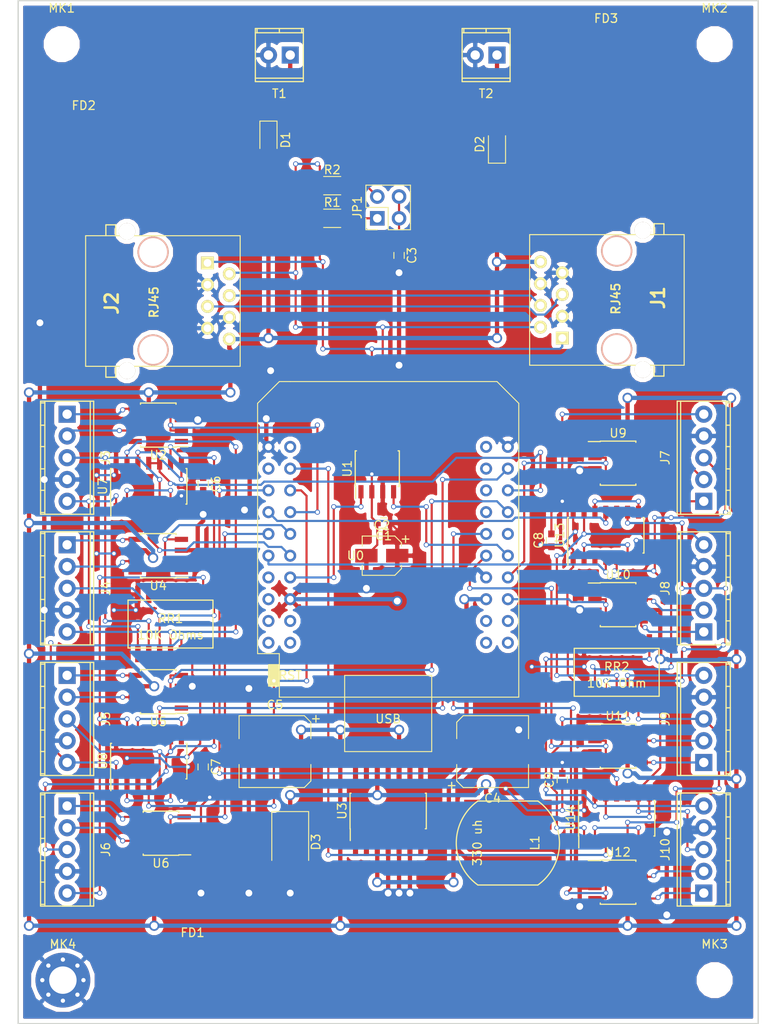
<source format=kicad_pcb>
(kicad_pcb (version 4) (host pcbnew 4.0.7+dfsg1-1ubuntu2)
  (layers (0 F.Cu signal) (31 B.Cu signal) (34 B.Paste user) (35 F.Paste user) (36 B.SilkS user) (37 F.SilkS user) (38 B.Mask user) (39 F.Mask user) (44 Edge.Cuts user))
  (net 0 "")
  (net 1 "Net-(U0-Pad40)")
  (net 2 "Net-(U0-Pad39)")
  (net 3 "Net-(U0-Pad38)")
  (net 4 "Net-(U0-Pad37)")
  (net 5 /Motor2)
  (net 6 +5V)
  (net 7 /Motor1)
  (net 8 GND)
  (net 9 /CAN_RX)
  (net 10 /Motor3)
  (net 11 "Net-(U0-Pad30)")
  (net 12 /Motor4)
  (net 13 /Motor7)
  (net 14 "Net-(U0-Pad27)")
  (net 15 /Sense6)
  (net 16 "Net-(U0-Pad25)")
  (net 17 /Sense8)
  (net 18 "Net-(U0-Pad23)")
  (net 19 "Net-(U0-Pad21)")
  (net 20 "Net-(U0-Pad20)")
  (net 21 "Net-(U0-Pad19)")
  (net 22 "Net-(U0-Pad18)")
  (net 23 "Net-(U0-Pad17)")
  (net 24 +3V3)
  (net 25 "Net-(U0-Pad15)")
  (net 26 /CAN_TX)
  (net 27 "Net-(U0-Pad13)")
  (net 28 /Sense5)
  (net 29 /Sense1)
  (net 30 /Motor6)
  (net 31 /Motor8)
  (net 32 /Motor5)
  (net 33 /Sense2)
  (net 34 /Sense7)
  (net 35 /Sense4)
  (net 36 /Sense3)
  (net 37 "Net-(U0-Pad3)")
  (net 38 "Net-(U0-Pad2)")
  (net 39 "Net-(C3-Pad1)")
  (net 40 "Net-(D1-Pad1)")
  (net 41 "Net-(D2-Pad2)")
  (net 42 "Net-(D3-Pad1)")
  (net 43 "/CAN Transceiver/CANH")
  (net 44 "/CAN Transceiver/CANL")
  (net 45 "Net-(J1-Pad4)")
  (net 46 "Net-(J1-Pad5)")
  (net 47 "Net-(JP1-Pad1)")
  (net 48 "Net-(JP1-Pad2)")
  (net 49 "Net-(U1-Pad5)")
  (net 50 "Net-(U1-Pad8)")
  (net 51 "Net-(U3-Pad1)")
  (net 52 "Net-(U3-Pad2)")
  (net 53 "Net-(U3-Pad7)")
  (net 54 "Net-(U3-Pad8)")
  (net 55 "Net-(U3-Pad9)")
  (net 56 "Net-(U3-Pad11)")
  (net 57 "Net-(U3-Pad13)")
  (net 58 "Net-(U3-Pad14)")
  (net 59 "Net-(J3-Pad1)")
  (net 60 "Net-(J3-Pad2)")
  (net 61 "/Motors 5-8/Points5B")
  (net 62 "/Motors 5-8/Points5A")
  (net 63 "Net-(J4-Pad1)")
  (net 64 "Net-(J4-Pad2)")
  (net 65 "/Motors 5-8/Points6A")
  (net 66 "/Motors 5-8/Points6B")
  (net 67 "Net-(J5-Pad1)")
  (net 68 "Net-(J5-Pad2)")
  (net 69 "/Motors 5-8/Points7B")
  (net 70 "/Motors 5-8/Points7A")
  (net 71 "Net-(J6-Pad1)")
  (net 72 "Net-(J6-Pad2)")
  (net 73 "/Motors 5-8/Points8A")
  (net 74 "/Motors 5-8/Points8B")
  (net 75 "Net-(J7-Pad1)")
  (net 76 "Net-(J7-Pad2)")
  (net 77 "/Motors 1-4/Points1B")
  (net 78 "/Motors 1-4/Points1A")
  (net 79 "Net-(J8-Pad1)")
  (net 80 "Net-(J8-Pad2)")
  (net 81 "/Motors 1-4/Points2A")
  (net 82 "/Motors 1-4/Points2B")
  (net 83 "Net-(J9-Pad1)")
  (net 84 "Net-(J9-Pad2)")
  (net 85 "/Motors 1-4/Points3B")
  (net 86 "/Motors 1-4/Points3A")
  (net 87 "Net-(J10-Pad1)")
  (net 88 "Net-(J10-Pad2)")
  (net 89 "/Motors 1-4/Points4A")
  (net 90 "/Motors 1-4/Points4B")
  (net 91 "Net-(RR1-Pad9)")
  (net 92 "Net-(RR1-Pad10)")
  (net 93 "Net-(RR1-Pad11)")
  (net 94 "Net-(RR1-Pad12)")
  (net 95 "Net-(RR1-Pad13)")
  (net 96 "Net-(RR2-Pad9)")
  (net 97 "Net-(RR2-Pad10)")
  (net 98 "Net-(RR2-Pad11)")
  (net 99 "Net-(RR2-Pad12)")
  (net 100 "Net-(RR2-Pad13)")
  (net 101 "Net-(U7-Pad2)")
  (net 102 "Net-(U7-Pad12)")
  (net 103 "Net-(U8-Pad2)")
  (net 104 "Net-(U8-Pad12)")
  (net 105 "Net-(U13-Pad2)")
  (net 106 "Net-(U13-Pad12)")
  (net 107 "Net-(U14-Pad2)")
  (net 108 "Net-(U14-Pad12)")
  (net 109 +12V)
  (module ESP32_mini:ESP32_mini (layer F.Cu) (at 144.78 93.98)
    (fp_text reference U0 (at -3.81 1.27) (layer F.SilkS))
    (fp_text value TTGO-T7-v13)
    (fp_text user USB (at 0 20.32) (layer F.SilkS))
    (fp_text user RST (at -11.43 15.24) (layer F.SilkS))
    (pad 40 thru_hole circle (at 13.97 11.43 270) (size 1.4 1.4) (drill 0.8) (layers *.Cu *.Mask) (net 1 "Net-(U0-Pad40)"))
    (pad 39 thru_hole circle (at 11.43 11.43 270) (size 1.4 1.4) (drill 0.8) (layers *.Cu *.Mask) (net 2 "Net-(U0-Pad39)"))
    (pad 38 thru_hole circle (at 13.97 8.89 270) (size 1.4 1.4) (drill 0.8) (layers *.Cu *.Mask) (net 3 "Net-(U0-Pad38)"))
    (pad 37 thru_hole circle (at 11.43 8.89 270) (size 1.4 1.4) (drill 0.8) (layers *.Cu *.Mask) (net 4 "Net-(U0-Pad37)"))
    (pad 36 thru_hole circle (at 13.97 6.35 270) (size 1.4 1.4) (drill 0.8) (layers *.Cu *.Mask) (net 5 /Motor2))
    (pad 35 thru_hole circle (at 11.43 6.35 270) (size 1.4 1.4) (drill 0.8) (layers *.Cu *.Mask) (net 6 +5V))
    (pad 34 thru_hole circle (at 13.97 3.81 270) (size 1.4 1.4) (drill 0.8) (layers *.Cu *.Mask) (net 7 /Motor1))
    (pad 33 thru_hole circle (at 11.43 3.81 270) (size 1.4 1.4) (drill 0.8) (layers *.Cu *.Mask) (net 8 GND))
    (pad 32 thru_hole circle (at 13.97 1.27 270) (size 1.4 1.4) (drill 0.8) (layers *.Cu *.Mask) (net 9 /CAN_RX))
    (pad 31 thru_hole circle (at 11.43 1.27 270) (size 1.4 1.4) (drill 0.8) (layers *.Cu *.Mask) (net 10 /Motor3))
    (pad 30 thru_hole circle (at 13.97 -1.27 270) (size 1.4 1.4) (drill 0.8) (layers *.Cu *.Mask) (net 11 "Net-(U0-Pad30)"))
    (pad 29 thru_hole circle (at 11.43 -1.27 270) (size 1.4 1.4) (drill 0.8) (layers *.Cu *.Mask) (net 12 /Motor4))
    (pad 28 thru_hole circle (at 13.97 -3.81 270) (size 1.4 1.4) (drill 0.8) (layers *.Cu *.Mask) (net 13 /Motor7))
    (pad 27 thru_hole circle (at 11.43 -3.81 270) (size 1.4 1.4) (drill 0.8) (layers *.Cu *.Mask) (net 14 "Net-(U0-Pad27)"))
    (pad 26 thru_hole circle (at 13.97 -6.35 270) (size 1.4 1.4) (drill 0.8) (layers *.Cu *.Mask) (net 15 /Sense6))
    (pad 25 thru_hole circle (at 11.43 -6.35 270) (size 1.4 1.4) (drill 0.8) (layers *.Cu *.Mask) (net 16 "Net-(U0-Pad25)"))
    (pad 24 thru_hole circle (at 13.97 -8.89 270) (size 1.4 1.4) (drill 0.8) (layers *.Cu *.Mask) (net 17 /Sense8))
    (pad 23 thru_hole circle (at 11.43 -8.89 270) (size 1.4 1.4) (drill 0.8) (layers *.Cu *.Mask) (net 18 "Net-(U0-Pad23)"))
    (pad 22 thru_hole circle (at 13.97 -11.43 270) (size 1.4 1.4) (drill 0.8) (layers *.Cu *.Mask) (net 8 GND))
    (pad 21 thru_hole circle (at 11.43 -11.43 270) (size 1.4 1.4) (drill 0.8) (layers *.Cu *.Mask) (net 19 "Net-(U0-Pad21)"))
    (pad 20 thru_hole circle (at -11.43 11.43 270) (size 1.4 1.4) (drill 0.8) (layers *.Cu *.Mask) (net 20 "Net-(U0-Pad20)"))
    (pad 19 thru_hole circle (at -13.97 11.43 270) (size 1.4 1.4) (drill 0.8) (layers *.Cu *.Mask) (net 21 "Net-(U0-Pad19)"))
    (pad 18 thru_hole circle (at -11.43 8.89 270) (size 1.4 1.4) (drill 0.8) (layers *.Cu *.Mask) (net 22 "Net-(U0-Pad18)"))
    (pad 17 thru_hole circle (at -13.97 8.89 270) (size 1.4 1.4) (drill 0.8) (layers *.Cu *.Mask) (net 23 "Net-(U0-Pad17)"))
    (pad 16 thru_hole circle (at -11.43 6.35 270) (size 1.4 1.4) (drill 0.8) (layers *.Cu *.Mask) (net 24 +3V3))
    (pad 15 thru_hole circle (at -13.97 6.35 270) (size 1.4 1.4) (drill 0.8) (layers *.Cu *.Mask) (net 25 "Net-(U0-Pad15)"))
    (pad 14 thru_hole circle (at -11.43 3.81 270) (size 1.4 1.4) (drill 0.8) (layers *.Cu *.Mask) (net 26 /CAN_TX))
    (pad 13 thru_hole circle (at -13.97 3.81 270) (size 1.4 1.4) (drill 0.8) (layers *.Cu *.Mask) (net 27 "Net-(U0-Pad13)"))
    (pad 12 thru_hole circle (at -11.43 1.27 270) (size 1.4 1.4) (drill 0.8) (layers *.Cu *.Mask) (net 28 /Sense5))
    (pad 11 thru_hole circle (at -13.97 1.27 270) (size 1.4 1.4) (drill 0.8) (layers *.Cu *.Mask) (net 29 /Sense1))
    (pad 10 thru_hole circle (at -11.43 -1.27 270) (size 1.4 1.4) (drill 0.8) (layers *.Cu *.Mask) (net 30 /Motor6))
    (pad 9 thru_hole circle (at -13.97 -1.27 270) (size 1.4 1.4) (drill 0.8) (layers *.Cu *.Mask) (net 31 /Motor8))
    (pad 8 thru_hole circle (at -11.43 -3.81 270) (size 1.4 1.4) (drill 0.8) (layers *.Cu *.Mask) (net 32 /Motor5))
    (pad 7 thru_hole circle (at -13.97 -3.81 270) (size 1.4 1.4) (drill 0.8) (layers *.Cu *.Mask) (net 33 /Sense2))
    (pad 6 thru_hole circle (at -11.43 -6.35 270) (size 1.4 1.4) (drill 0.8) (layers *.Cu *.Mask) (net 34 /Sense7))
    (pad 5 thru_hole circle (at -13.97 -6.35 270) (size 1.4 1.4) (drill 0.8) (layers *.Cu *.Mask) (net 35 /Sense4))
    (pad 4 thru_hole circle (at -11.43 -8.89 270) (size 1.4 1.4) (drill 0.8) (layers *.Cu *.Mask) (net 36 /Sense3))
    (pad 3 thru_hole circle (at -13.97 -8.89 270) (size 1.4 1.4) (drill 0.8) (layers *.Cu *.Mask) (net 37 "Net-(U0-Pad3)"))
    (pad 1 thru_hole circle (at -13.97 -11.43 270) (size 1.4 1.4) (drill 0.8) (layers *.Cu *.Mask) (net 8 GND))
    (pad 2 thru_hole circle (at -11.43 -11.43 270) (size 1.4 1.4) (drill 0.8) (layers *.Cu *.Mask) (net 38 "Net-(U0-Pad2)"))
  )
  (module Capacitors_SMD:C_0603 (layer F.Cu) (at 144.26 91.44 180)
    (fp_text reference C1 (at 0 -1.5 180) (layer F.SilkS))
    (fp_text value ".1 uf")
    (pad 2 smd rect (at 0.75 0 180) (size 0.8 0.75) (layers F.Cu F.Paste F.Mask) (net 8 GND))
    (pad 1 smd rect (at -0.75 0 180) (size 0.8 0.75) (layers F.Cu F.Paste F.Mask) (net 24 +3V3))
  )
  (module Capacitors_SMD:CP_Elec_4x5.7 (layer F.Cu) (at 144.04 95.25 180)
    (fp_text reference C2 (at 0 3.54 180) (layer F.SilkS))
    (fp_text value "15 uf 15V")
    (fp_text user + (at -2.77 2.01 180) (layer F.SilkS))
    (pad 1 smd rect (at -1.8 0) (size 2.6 1.6) (layers F.Cu F.Paste F.Mask) (net 24 +3V3))
    (pad 2 smd rect (at 1.8 0) (size 2.6 1.6) (layers F.Cu F.Paste F.Mask) (net 8 GND))
  )
  (module Capacitors_SMD:C_0603 (layer F.Cu) (at 146.05 60.21 270)
    (fp_text reference C3 (at 0 -1.5 270) (layer F.SilkS))
    (fp_text value "47 nf")
    (pad 2 smd rect (at 0.75 0 270) (size 0.8 0.75) (layers F.Cu F.Paste F.Mask) (net 8 GND))
    (pad 1 smd rect (at -0.75 0 270) (size 0.8 0.75) (layers F.Cu F.Paste F.Mask) (net 39 "Net-(C3-Pad1)"))
  )
  (module Capacitors_SMD:CP_Elec_8x10 (layer F.Cu) (at 156.97 118.11)
    (fp_text reference C4 (at 0 5.45) (layer F.SilkS))
    (fp_text value "220 uf 25V")
    (fp_text user + (at -4.78 3.9) (layer F.SilkS))
    (pad 1 smd rect (at -3.05 0 180) (size 4 2.5) (layers F.Cu F.Paste F.Mask) (net 6 +5V))
    (pad 2 smd rect (at 3.05 0 180) (size 4 2.5) (layers F.Cu F.Paste F.Mask) (net 8 GND))
  )
  (module Capacitors_SMD:CP_Elec_8x10 (layer F.Cu) (at 131.57 118.11 180)
    (fp_text reference C5 (at 0 5.45 180) (layer F.SilkS))
    (fp_text value "22 uf 100V")
    (fp_text user + (at -4.78 3.9 180) (layer F.SilkS))
    (pad 1 smd rect (at -3.05 0) (size 4 2.5) (layers F.Cu F.Paste F.Mask) (net 109 +12V))
    (pad 2 smd rect (at 3.05 0) (size 4 2.5) (layers F.Cu F.Paste F.Mask) (net 8 GND))
  )
  (module Diodes_SMD:D_SMB (layer F.Cu) (at 133.35 128.66 270)
    (fp_text reference D3 (at 0 -3 270) (layer F.SilkS))
    (fp_text value "CMSH1-60 TR13")
    (pad 1 smd rect (at -2.15 0 270) (size 2.5 2.3) (layers F.Cu F.Paste F.Mask) (net 42 "Net-(D3-Pad1)"))
    (pad 2 smd rect (at 2.15 0 270) (size 2.5 2.3) (layers F.Cu F.Paste F.Mask) (net 8 GND))
  )
  (module RJ45-8N-S:RJ45_8N-S (layer F.Cu) (at 171.45 65.405 90)
    (fp_text reference J1 (at 0.254 4.826 90) (layer F.SilkS) (effects (font (thickness 0.3048))))
    (fp_text value RJ45 (at 0.14224 -0.1016 90) (layer F.SilkS) (effects (font (size 1.00076 1.00076) (thickness 0.2032))))
    (pad "" np_thru_hole circle (at 5.715 0 90) (size 3.64998 3.64998) (drill 3.2512) (layers *.Cu *.SilkS *.Mask))
    (pad "" np_thru_hole circle (at -5.715 0 90) (size 3.64998 3.64998) (drill 3.2512) (layers *.Cu *.SilkS *.Mask))
    (pad 1 thru_hole rect (at -4.445 -6.35 90) (size 1.50114 1.50114) (drill 0.89916) (layers *.Cu *.Mask F.SilkS) (net 43 "/CAN Transceiver/CANH"))
    (pad 2 thru_hole circle (at -3.175 -8.89 90) (size 1.50114 1.50114) (drill 0.89916) (layers *.Cu *.Mask F.SilkS) (net 44 "/CAN Transceiver/CANL"))
    (pad 3 thru_hole circle (at -1.905 -6.35 90) (size 1.50114 1.50114) (drill 0.89916) (layers *.Cu *.Mask F.SilkS) (net 8 GND))
    (pad 4 thru_hole circle (at -0.635 -8.89 90) (size 1.50114 1.50114) (drill 0.89916) (layers *.Cu *.Mask F.SilkS) (net 45 "Net-(J1-Pad4)"))
    (pad 5 thru_hole circle (at 0.635 -6.35 90) (size 1.50114 1.50114) (drill 0.89916) (layers *.Cu *.Mask F.SilkS) (net 46 "Net-(J1-Pad5)"))
    (pad 6 thru_hole circle (at 1.905 -8.89 90) (size 1.50114 1.50114) (drill 0.89916) (layers *.Cu *.Mask F.SilkS) (net 8 GND))
    (pad 7 thru_hole circle (at 3.175 -6.35 90) (size 1.50114 1.50114) (drill 0.89916) (layers *.Cu *.Mask F.SilkS) (net 8 GND))
    (pad 8 thru_hole circle (at 4.445 -8.89 90) (size 1.50114 1.50114) (drill 0.89916) (layers *.Cu *.Mask F.SilkS) (net 109 +12V))
    (pad "" thru_hole circle (at -8.128 3.048 90) (size 1.9304 1.9304) (drill 1.9304) (layers *.Cu *.Mask F.SilkS))
    (pad "" thru_hole circle (at 8.128 3.048 90) (size 1.9304 1.9304) (drill 1.9304) (layers *.Cu *.Mask F.SilkS))
  )
  (module RJ45-8N-S:RJ45_8N-S (layer F.Cu) (at 117.348 65.532 270)
    (fp_text reference J2 (at 0.254 4.826 270) (layer F.SilkS) (effects (font (thickness 0.3048))))
    (fp_text value RJ45 (at 0.14224 -0.1016 270) (layer F.SilkS) (effects (font (size 1.00076 1.00076) (thickness 0.2032))))
    (pad "" np_thru_hole circle (at 5.715 0 270) (size 3.64998 3.64998) (drill 3.2512) (layers *.Cu *.SilkS *.Mask))
    (pad "" np_thru_hole circle (at -5.715 0 270) (size 3.64998 3.64998) (drill 3.2512) (layers *.Cu *.SilkS *.Mask))
    (pad 1 thru_hole rect (at -4.445 -6.35 270) (size 1.50114 1.50114) (drill 0.89916) (layers *.Cu *.Mask F.SilkS) (net 43 "/CAN Transceiver/CANH"))
    (pad 2 thru_hole circle (at -3.175 -8.89 270) (size 1.50114 1.50114) (drill 0.89916) (layers *.Cu *.Mask F.SilkS) (net 44 "/CAN Transceiver/CANL"))
    (pad 3 thru_hole circle (at -1.905 -6.35 270) (size 1.50114 1.50114) (drill 0.89916) (layers *.Cu *.Mask F.SilkS) (net 8 GND))
    (pad 4 thru_hole circle (at -0.635 -8.89 270) (size 1.50114 1.50114) (drill 0.89916) (layers *.Cu *.Mask F.SilkS) (net 45 "Net-(J1-Pad4)"))
    (pad 5 thru_hole circle (at 0.635 -6.35 270) (size 1.50114 1.50114) (drill 0.89916) (layers *.Cu *.Mask F.SilkS) (net 46 "Net-(J1-Pad5)"))
    (pad 6 thru_hole circle (at 1.905 -8.89 270) (size 1.50114 1.50114) (drill 0.89916) (layers *.Cu *.Mask F.SilkS) (net 8 GND))
    (pad 7 thru_hole circle (at 3.175 -6.35 270) (size 1.50114 1.50114) (drill 0.89916) (layers *.Cu *.Mask F.SilkS) (net 8 GND))
    (pad 8 thru_hole circle (at 4.445 -8.89 270) (size 1.50114 1.50114) (drill 0.89916) (layers *.Cu *.Mask F.SilkS) (net 109 +12V))
    (pad "" thru_hole circle (at -8.128 3.048 270) (size 1.9304 1.9304) (drill 1.9304) (layers *.Cu *.Mask F.SilkS))
    (pad "" thru_hole circle (at 8.128 3.048 270) (size 1.9304 1.9304) (drill 1.9304) (layers *.Cu *.Mask F.SilkS))
  )
  (module SRN1060:SRN1060 (layer F.Cu) (at 158.75 128.78 270)
    (fp_text reference L1 (at -0.01524 -3.1623 270) (layer F.SilkS))
    (fp_text value "330 uh" (at -0.0381 3.556 270) (layer F.SilkS))
    (pad 1 smd rect (at -3.3 0 270) (size 3.5 10.2) (layers F.Cu F.Paste F.Mask) (net 42 "Net-(D3-Pad1)"))
    (pad 2 smd rect (at 3.3 0 270) (size 3.5 10.2) (layers F.Cu F.Paste F.Mask) (net 6 +5V))
  )
  (module Resistors_SMD:R_1206 (layer F.Cu) (at 138.25 55.88)
    (fp_text reference R1 (at 0 -1.85) (layer F.SilkS))
    (fp_text value "60 Ohms")
    (pad 1 smd rect (at -1.45 0) (size 0.9 1.7) (layers F.Cu F.Paste F.Mask) (net 43 "/CAN Transceiver/CANH"))
    (pad 2 smd rect (at 1.45 0) (size 0.9 1.7) (layers F.Cu F.Paste F.Mask) (net 47 "Net-(JP1-Pad1)"))
  )
  (module Resistors_SMD:R_1206 (layer F.Cu) (at 138.25 52.07)
    (fp_text reference R2 (at 0 -1.85) (layer F.SilkS))
    (fp_text value "60 Ohms")
    (pad 1 smd rect (at -1.45 0) (size 0.9 1.7) (layers F.Cu F.Paste F.Mask) (net 44 "/CAN Transceiver/CANL"))
    (pad 2 smd rect (at 1.45 0) (size 0.9 1.7) (layers F.Cu F.Paste F.Mask) (net 48 "Net-(JP1-Pad2)"))
  )
  (module Connectors_Terminal_Blocks:TerminalBlock_Pheonix_MPT-2.54mm_2pol (layer F.Cu) (at 133.35 36.83 180)
    (fp_text reference T1 (at 1.27 -4.50088 180) (layer F.SilkS))
    (fp_text value "- 15 in +")
    (pad 2 thru_hole oval (at 2.54 0 180) (size 1.99898 1.99898) (drill 1.09728) (layers *.Cu *.Mask) (net 8 GND))
    (pad 1 thru_hole rect (at 0 0 180) (size 1.99898 1.99898) (drill 1.09728) (layers *.Cu *.Mask) (net 40 "Net-(D1-Pad1)"))
  )
  (module Connectors_Terminal_Blocks:TerminalBlock_Pheonix_MPT-2.54mm_2pol (layer F.Cu) (at 157.48 36.83 180)
    (fp_text reference T2 (at 1.27 -4.50088 180) (layer F.SilkS))
    (fp_text value "- 15 out +")
    (pad 2 thru_hole oval (at 2.54 0 180) (size 1.99898 1.99898) (drill 1.09728) (layers *.Cu *.Mask) (net 8 GND))
    (pad 1 thru_hole rect (at 0 0 180) (size 1.99898 1.99898) (drill 1.09728) (layers *.Cu *.Mask) (net 41 "Net-(D2-Pad2)"))
  )
  (module Housings_SOIC:SOIC-8_3.9x4.9mm_Pitch1.27mm (layer F.Cu) (at 143.51 85.09 90)
    (fp_text reference U1 (at 0 -3.5 90) (layer F.SilkS))
    (fp_text value TCAN332DR)
    (pad 1 smd rect (at -2.7 -1.905 90) (size 1.55 0.6) (layers F.Cu F.Paste F.Mask) (net 26 /CAN_TX))
    (pad 2 smd rect (at -2.7 -0.635 90) (size 1.55 0.6) (layers F.Cu F.Paste F.Mask) (net 8 GND))
    (pad 3 smd rect (at -2.7 0.635 90) (size 1.55 0.6) (layers F.Cu F.Paste F.Mask) (net 24 +3V3))
    (pad 4 smd rect (at -2.7 1.905 90) (size 1.55 0.6) (layers F.Cu F.Paste F.Mask) (net 9 /CAN_RX))
    (pad 5 smd rect (at 2.7 1.905 90) (size 1.55 0.6) (layers F.Cu F.Paste F.Mask) (net 49 "Net-(U1-Pad5)"))
    (pad 6 smd rect (at 2.7 0.635 90) (size 1.55 0.6) (layers F.Cu F.Paste F.Mask) (net 44 "/CAN Transceiver/CANL"))
    (pad 7 smd rect (at 2.7 -0.635 90) (size 1.55 0.6) (layers F.Cu F.Paste F.Mask) (net 43 "/CAN Transceiver/CANH"))
    (pad 8 smd rect (at 2.7 -1.905 90) (size 1.55 0.6) (layers F.Cu F.Paste F.Mask) (net 50 "Net-(U1-Pad8)"))
  )
  (module SOIC_Wide:SOIC-14_7.4x8.7mm_Pitch1.27mm (layer F.Cu) (at 144.78 125.04 90)
    (fp_text reference U3 (at 0 -5.375 90) (layer F.SilkS))
    (fp_text value LM2574N-5.0)
    (pad 1 smd rect (at -4.5 -3.81 90) (size 1.5 0.6) (layers F.Cu F.Paste F.Mask) (net 51 "Net-(U3-Pad1)"))
    (pad 2 smd rect (at -4.5 -2.54 90) (size 1.5 0.6) (layers F.Cu F.Paste F.Mask) (net 52 "Net-(U3-Pad2)"))
    (pad 3 smd rect (at -4.5 -1.27 90) (size 1.5 0.6) (layers F.Cu F.Paste F.Mask) (net 6 +5V))
    (pad 4 smd rect (at -4.5 0 90) (size 1.5 0.6) (layers F.Cu F.Paste F.Mask) (net 8 GND))
    (pad 5 smd rect (at -4.5 1.27 90) (size 1.5 0.6) (layers F.Cu F.Paste F.Mask) (net 8 GND))
    (pad 6 smd rect (at -4.5 2.54 90) (size 1.5 0.6) (layers F.Cu F.Paste F.Mask) (net 8 GND))
    (pad 7 smd rect (at -4.5 3.81 90) (size 1.5 0.6) (layers F.Cu F.Paste F.Mask) (net 53 "Net-(U3-Pad7)"))
    (pad 8 smd rect (at 4.5 3.81 90) (size 1.5 0.6) (layers F.Cu F.Paste F.Mask) (net 54 "Net-(U3-Pad8)"))
    (pad 9 smd rect (at 4.5 2.54 90) (size 1.5 0.6) (layers F.Cu F.Paste F.Mask) (net 55 "Net-(U3-Pad9)"))
    (pad 10 smd rect (at 4.5 1.27 90) (size 1.5 0.6) (layers F.Cu F.Paste F.Mask) (net 109 +12V))
    (pad 11 smd rect (at 4.5 0 90) (size 1.5 0.6) (layers F.Cu F.Paste F.Mask) (net 56 "Net-(U3-Pad11)"))
    (pad 12 smd rect (at 4.5 -1.27 90) (size 1.5 0.6) (layers F.Cu F.Paste F.Mask) (net 42 "Net-(D3-Pad1)"))
    (pad 13 smd rect (at 4.5 -2.54 90) (size 1.5 0.6) (layers F.Cu F.Paste F.Mask) (net 57 "Net-(U3-Pad13)"))
    (pad 14 smd rect (at 4.5 -3.81 90) (size 1.5 0.6) (layers F.Cu F.Paste F.Mask) (net 58 "Net-(U3-Pad14)"))
  )
  (module Pin_Headers:Pin_Header_Straight_2x02_Pitch2.54mm (layer F.Cu) (at 143.51 55.88 90)
    (fp_text reference JP1 (at 1.27 -2.33 90) (layer F.SilkS))
    (fp_text value Termination)
    (pad 1 thru_hole rect (at 0 0 90) (size 1.7 1.7) (drill 1) (layers *.Cu *.Mask) (net 47 "Net-(JP1-Pad1)"))
    (pad 2 thru_hole oval (at 2.54 0 90) (size 1.7 1.7) (drill 1) (layers *.Cu *.Mask) (net 48 "Net-(JP1-Pad2)"))
    (pad 3 thru_hole oval (at 0 2.54 90) (size 1.7 1.7) (drill 1) (layers *.Cu *.Mask) (net 39 "Net-(C3-Pad1)"))
    (pad 4 thru_hole oval (at 2.54 2.54 90) (size 1.7 1.7) (drill 1) (layers *.Cu *.Mask) (net 39 "Net-(C3-Pad1)"))
  )
  (module Diodes_SMD:D_PowerDI-123 (layer F.Cu) (at 130.81 46.735 270)
    (fp_text reference D1 (at 0 -2 270) (layer F.SilkS))
    (fp_text value DFLS240-7)
    (pad 1 smd rect (at -0.85 0 90) (size 2.4 1.5) (layers F.Cu F.Paste F.Mask) (net 40 "Net-(D1-Pad1)"))
    (pad 2 smd rect (at 1.525 0 90) (size 1.05 1.5) (layers F.Cu F.Paste F.Mask) (net 109 +12V))
  )
  (module Diodes_SMD:D_PowerDI-123 (layer F.Cu) (at 157.48 47.245 90)
    (fp_text reference D2 (at 0 -2 90) (layer F.SilkS))
    (fp_text value DFLS240-7)
    (pad 1 smd rect (at -0.85 0 270) (size 2.4 1.5) (layers F.Cu F.Paste F.Mask) (net 109 +12V))
    (pad 2 smd rect (at 1.525 0 270) (size 1.05 1.5) (layers F.Cu F.Paste F.Mask) (net 41 "Net-(D2-Pad2)"))
  )
  (module Capacitors_SMD:C_0603 (layer F.Cu) (at 123.19 86.88 270)
    (fp_text reference C6 (at 0 -1.5 270) (layer F.SilkS))
    (fp_text value ".1 uf")
    (pad 2 smd rect (at 0.75 0 270) (size 0.8 0.75) (layers F.Cu F.Paste F.Mask) (net 8 GND))
    (pad 1 smd rect (at -0.75 0 270) (size 0.8 0.75) (layers F.Cu F.Paste F.Mask) (net 24 +3V3))
  )
  (module Capacitors_SMD:C_0603 (layer F.Cu) (at 123.19 119.9 270)
    (fp_text reference C7 (at 0 -1.5 270) (layer F.SilkS))
    (fp_text value ".1 uf")
    (pad 2 smd rect (at 0.75 0 270) (size 0.8 0.75) (layers F.Cu F.Paste F.Mask) (net 8 GND))
    (pad 1 smd rect (at -0.75 0 270) (size 0.8 0.75) (layers F.Cu F.Paste F.Mask) (net 24 +3V3))
  )
  (module Capacitors_SMD:C_0603 (layer F.Cu) (at 163.83 93.46 90)
    (fp_text reference C8 (at 0 -1.5 90) (layer F.SilkS))
    (fp_text value ".1 uf")
    (pad 2 smd rect (at 0.75 0 90) (size 0.8 0.75) (layers F.Cu F.Paste F.Mask) (net 8 GND))
    (pad 1 smd rect (at -0.75 0 90) (size 0.8 0.75) (layers F.Cu F.Paste F.Mask) (net 24 +3V3))
  )
  (module Capacitors_SMD:C_0603 (layer F.Cu) (at 165.1 121.4 90)
    (fp_text reference C9 (at 0 -1.5 90) (layer F.SilkS))
    (fp_text value ".1 uf")
    (pad 2 smd rect (at 0.75 0 90) (size 0.8 0.75) (layers F.Cu F.Paste F.Mask) (net 8 GND))
    (pad 1 smd rect (at -0.75 0 90) (size 0.8 0.75) (layers F.Cu F.Paste F.Mask) (net 24 +3V3))
  )
  (module Connectors_Terminal_Blocks:TerminalBlock_Pheonix_MPT-2.54mm_5pol (layer F.Cu) (at 107.315 78.74 270)
    (fp_text reference J3 (at 5.08 -4.50088 270) (layer F.SilkS))
    (fp_text value "Motor 5")
    (pad 4 thru_hole oval (at 7.62 0 90) (size 1.99898 1.99898) (drill 1.09728) (layers *.Cu *.Mask) (net 8 GND))
    (pad 1 thru_hole rect (at 0 0 90) (size 1.99898 1.99898) (drill 1.09728) (layers *.Cu *.Mask) (net 59 "Net-(J3-Pad1)"))
    (pad 2 thru_hole oval (at 2.54 0 90) (size 1.99898 1.99898) (drill 1.09728) (layers *.Cu *.Mask) (net 60 "Net-(J3-Pad2)"))
    (pad 3 thru_hole oval (at 5.08 0 90) (size 1.99898 1.99898) (drill 1.09728) (layers *.Cu *.Mask) (net 61 "/Motors 5-8/Points5B"))
    (pad 5 thru_hole oval (at 10.16 0 90) (size 1.99898 1.99898) (drill 1.09728) (layers *.Cu *.Mask) (net 62 "/Motors 5-8/Points5A"))
  )
  (module Connectors_Terminal_Blocks:TerminalBlock_Pheonix_MPT-2.54mm_5pol (layer F.Cu) (at 107.315 93.98 270)
    (fp_text reference J4 (at 5.08 -4.50088 270) (layer F.SilkS))
    (fp_text value "Motor 6")
    (pad 4 thru_hole oval (at 7.62 0 90) (size 1.99898 1.99898) (drill 1.09728) (layers *.Cu *.Mask) (net 8 GND))
    (pad 1 thru_hole rect (at 0 0 90) (size 1.99898 1.99898) (drill 1.09728) (layers *.Cu *.Mask) (net 63 "Net-(J4-Pad1)"))
    (pad 2 thru_hole oval (at 2.54 0 90) (size 1.99898 1.99898) (drill 1.09728) (layers *.Cu *.Mask) (net 64 "Net-(J4-Pad2)"))
    (pad 3 thru_hole oval (at 5.08 0 90) (size 1.99898 1.99898) (drill 1.09728) (layers *.Cu *.Mask) (net 65 "/Motors 5-8/Points6A"))
    (pad 5 thru_hole oval (at 10.16 0 90) (size 1.99898 1.99898) (drill 1.09728) (layers *.Cu *.Mask) (net 66 "/Motors 5-8/Points6B"))
  )
  (module Connectors_Terminal_Blocks:TerminalBlock_Pheonix_MPT-2.54mm_5pol (layer F.Cu) (at 107.315 109.22 270)
    (fp_text reference J5 (at 5.08 -4.50088 270) (layer F.SilkS))
    (fp_text value "Motor 7")
    (pad 4 thru_hole oval (at 7.62 0 90) (size 1.99898 1.99898) (drill 1.09728) (layers *.Cu *.Mask) (net 8 GND))
    (pad 1 thru_hole rect (at 0 0 90) (size 1.99898 1.99898) (drill 1.09728) (layers *.Cu *.Mask) (net 67 "Net-(J5-Pad1)"))
    (pad 2 thru_hole oval (at 2.54 0 90) (size 1.99898 1.99898) (drill 1.09728) (layers *.Cu *.Mask) (net 68 "Net-(J5-Pad2)"))
    (pad 3 thru_hole oval (at 5.08 0 90) (size 1.99898 1.99898) (drill 1.09728) (layers *.Cu *.Mask) (net 69 "/Motors 5-8/Points7B"))
    (pad 5 thru_hole oval (at 10.16 0 90) (size 1.99898 1.99898) (drill 1.09728) (layers *.Cu *.Mask) (net 70 "/Motors 5-8/Points7A"))
  )
  (module Connectors_Terminal_Blocks:TerminalBlock_Pheonix_MPT-2.54mm_5pol (layer F.Cu) (at 107.315 124.46 270)
    (fp_text reference J6 (at 5.08 -4.50088 270) (layer F.SilkS))
    (fp_text value "Motor 8")
    (pad 4 thru_hole oval (at 7.62 0 90) (size 1.99898 1.99898) (drill 1.09728) (layers *.Cu *.Mask) (net 8 GND))
    (pad 1 thru_hole rect (at 0 0 90) (size 1.99898 1.99898) (drill 1.09728) (layers *.Cu *.Mask) (net 71 "Net-(J6-Pad1)"))
    (pad 2 thru_hole oval (at 2.54 0 90) (size 1.99898 1.99898) (drill 1.09728) (layers *.Cu *.Mask) (net 72 "Net-(J6-Pad2)"))
    (pad 3 thru_hole oval (at 5.08 0 90) (size 1.99898 1.99898) (drill 1.09728) (layers *.Cu *.Mask) (net 73 "/Motors 5-8/Points8A"))
    (pad 5 thru_hole oval (at 10.16 0 90) (size 1.99898 1.99898) (drill 1.09728) (layers *.Cu *.Mask) (net 74 "/Motors 5-8/Points8B"))
  )
  (module Connectors_Terminal_Blocks:TerminalBlock_Pheonix_MPT-2.54mm_5pol (layer F.Cu) (at 181.61 88.9 90)
    (fp_text reference J7 (at 5.08 -4.50088 90) (layer F.SilkS))
    (fp_text value "Motor 1")
    (pad 4 thru_hole oval (at 7.62 0 270) (size 1.99898 1.99898) (drill 1.09728) (layers *.Cu *.Mask) (net 8 GND))
    (pad 1 thru_hole rect (at 0 0 270) (size 1.99898 1.99898) (drill 1.09728) (layers *.Cu *.Mask) (net 75 "Net-(J7-Pad1)"))
    (pad 2 thru_hole oval (at 2.54 0 270) (size 1.99898 1.99898) (drill 1.09728) (layers *.Cu *.Mask) (net 76 "Net-(J7-Pad2)"))
    (pad 3 thru_hole oval (at 5.08 0 270) (size 1.99898 1.99898) (drill 1.09728) (layers *.Cu *.Mask) (net 77 "/Motors 1-4/Points1B"))
    (pad 5 thru_hole oval (at 10.16 0 270) (size 1.99898 1.99898) (drill 1.09728) (layers *.Cu *.Mask) (net 78 "/Motors 1-4/Points1A"))
  )
  (module Connectors_Terminal_Blocks:TerminalBlock_Pheonix_MPT-2.54mm_5pol (layer F.Cu) (at 181.61 104.14 90)
    (fp_text reference J8 (at 5.08 -4.50088 90) (layer F.SilkS))
    (fp_text value "Motor 2")
    (pad 4 thru_hole oval (at 7.62 0 270) (size 1.99898 1.99898) (drill 1.09728) (layers *.Cu *.Mask) (net 8 GND))
    (pad 1 thru_hole rect (at 0 0 270) (size 1.99898 1.99898) (drill 1.09728) (layers *.Cu *.Mask) (net 79 "Net-(J8-Pad1)"))
    (pad 2 thru_hole oval (at 2.54 0 270) (size 1.99898 1.99898) (drill 1.09728) (layers *.Cu *.Mask) (net 80 "Net-(J8-Pad2)"))
    (pad 3 thru_hole oval (at 5.08 0 270) (size 1.99898 1.99898) (drill 1.09728) (layers *.Cu *.Mask) (net 81 "/Motors 1-4/Points2A"))
    (pad 5 thru_hole oval (at 10.16 0 270) (size 1.99898 1.99898) (drill 1.09728) (layers *.Cu *.Mask) (net 82 "/Motors 1-4/Points2B"))
  )
  (module Connectors_Terminal_Blocks:TerminalBlock_Pheonix_MPT-2.54mm_5pol (layer F.Cu) (at 181.61 119.38 90)
    (fp_text reference J9 (at 5.08 -4.50088 90) (layer F.SilkS))
    (fp_text value "Motor 3")
    (pad 4 thru_hole oval (at 7.62 0 270) (size 1.99898 1.99898) (drill 1.09728) (layers *.Cu *.Mask) (net 8 GND))
    (pad 1 thru_hole rect (at 0 0 270) (size 1.99898 1.99898) (drill 1.09728) (layers *.Cu *.Mask) (net 83 "Net-(J9-Pad1)"))
    (pad 2 thru_hole oval (at 2.54 0 270) (size 1.99898 1.99898) (drill 1.09728) (layers *.Cu *.Mask) (net 84 "Net-(J9-Pad2)"))
    (pad 3 thru_hole oval (at 5.08 0 270) (size 1.99898 1.99898) (drill 1.09728) (layers *.Cu *.Mask) (net 85 "/Motors 1-4/Points3B"))
    (pad 5 thru_hole oval (at 10.16 0 270) (size 1.99898 1.99898) (drill 1.09728) (layers *.Cu *.Mask) (net 86 "/Motors 1-4/Points3A"))
  )
  (module Connectors_Terminal_Blocks:TerminalBlock_Pheonix_MPT-2.54mm_5pol (layer F.Cu) (at 181.61 134.62 90)
    (fp_text reference J10 (at 5.08 -4.50088 90) (layer F.SilkS))
    (fp_text value "Motor 4")
    (pad 4 thru_hole oval (at 7.62 0 270) (size 1.99898 1.99898) (drill 1.09728) (layers *.Cu *.Mask) (net 8 GND))
    (pad 1 thru_hole rect (at 0 0 270) (size 1.99898 1.99898) (drill 1.09728) (layers *.Cu *.Mask) (net 87 "Net-(J10-Pad1)"))
    (pad 2 thru_hole oval (at 2.54 0 270) (size 1.99898 1.99898) (drill 1.09728) (layers *.Cu *.Mask) (net 88 "Net-(J10-Pad2)"))
    (pad 3 thru_hole oval (at 5.08 0 270) (size 1.99898 1.99898) (drill 1.09728) (layers *.Cu *.Mask) (net 89 "/Motors 1-4/Points4A"))
    (pad 5 thru_hole oval (at 10.16 0 270) (size 1.99898 1.99898) (drill 1.09728) (layers *.Cu *.Mask) (net 90 "/Motors 1-4/Points4B"))
  )
  (module 48xxP:4814P (layer F.Cu) (at 119.38 103.23)
    (fp_text reference RR1 (at 0 -0.635) (layer F.SilkS))
    (fp_text value "10K Ohms" (at 0 1.27) (layer F.SilkS))
    (pad 1 smd rect (at -3.81 3.45) (size 0.63 2) (layers F.Cu F.Paste F.Mask) (net 62 "/Motors 5-8/Points5A"))
    (pad 2 smd rect (at -2.54 3.45) (size 0.63 2) (layers F.Cu F.Paste F.Mask) (net 61 "/Motors 5-8/Points5B"))
    (pad 3 smd rect (at -1.27 3.45) (size 0.63 2) (layers F.Cu F.Paste F.Mask) (net 65 "/Motors 5-8/Points6A"))
    (pad 4 smd rect (at 0 3.45) (size 0.63 2) (layers F.Cu F.Paste F.Mask) (net 66 "/Motors 5-8/Points6B"))
    (pad 5 smd rect (at 1.27 3.45) (size 0.63 2) (layers F.Cu F.Paste F.Mask) (net 70 "/Motors 5-8/Points7A"))
    (pad 6 smd rect (at 2.54 3.45) (size 0.63 2) (layers F.Cu F.Paste F.Mask) (net 69 "/Motors 5-8/Points7B"))
    (pad 7 smd rect (at 3.81 3.45) (size 0.63 2) (layers F.Cu F.Paste F.Mask) (net 73 "/Motors 5-8/Points8A"))
    (pad 8 smd rect (at 3.81 -3.45) (size 0.63 2) (layers F.Cu F.Paste F.Mask) (net 74 "/Motors 5-8/Points8B"))
    (pad 9 smd rect (at 2.54 -3.45) (size 0.63 2) (layers F.Cu F.Paste F.Mask) (net 91 "Net-(RR1-Pad9)"))
    (pad 10 smd rect (at 1.27 -3.45) (size 0.63 2) (layers F.Cu F.Paste F.Mask) (net 92 "Net-(RR1-Pad10)"))
    (pad 11 smd rect (at 0 -3.45) (size 0.63 2) (layers F.Cu F.Paste F.Mask) (net 93 "Net-(RR1-Pad11)"))
    (pad 12 smd rect (at -1.27 -3.45) (size 0.63 2) (layers F.Cu F.Paste F.Mask) (net 94 "Net-(RR1-Pad12)"))
    (pad 13 smd rect (at -2.54 -3.45) (size 0.63 2) (layers F.Cu F.Paste F.Mask) (net 95 "Net-(RR1-Pad13)"))
    (pad 14 smd rect (at -3.81 -3.45) (size 0.63 2) (layers F.Cu F.Paste F.Mask) (net 24 +3V3))
  )
  (module 48xxP:4814P (layer F.Cu) (at 171.45 108.86)
    (fp_text reference RR2 (at 0 -0.635) (layer F.SilkS))
    (fp_text value "10K Ohm" (at 0 1.27) (layer F.SilkS))
    (pad 1 smd rect (at -3.81 3.45) (size 0.63 2) (layers F.Cu F.Paste F.Mask) (net 78 "/Motors 1-4/Points1A"))
    (pad 2 smd rect (at -2.54 3.45) (size 0.63 2) (layers F.Cu F.Paste F.Mask) (net 77 "/Motors 1-4/Points1B"))
    (pad 3 smd rect (at -1.27 3.45) (size 0.63 2) (layers F.Cu F.Paste F.Mask) (net 81 "/Motors 1-4/Points2A"))
    (pad 4 smd rect (at 0 3.45) (size 0.63 2) (layers F.Cu F.Paste F.Mask) (net 82 "/Motors 1-4/Points2B"))
    (pad 5 smd rect (at 1.27 3.45) (size 0.63 2) (layers F.Cu F.Paste F.Mask) (net 86 "/Motors 1-4/Points3A"))
    (pad 6 smd rect (at 2.54 3.45) (size 0.63 2) (layers F.Cu F.Paste F.Mask) (net 85 "/Motors 1-4/Points3B"))
    (pad 7 smd rect (at 3.81 3.45) (size 0.63 2) (layers F.Cu F.Paste F.Mask) (net 89 "/Motors 1-4/Points4A"))
    (pad 8 smd rect (at 3.81 -3.45) (size 0.63 2) (layers F.Cu F.Paste F.Mask) (net 90 "/Motors 1-4/Points4B"))
    (pad 9 smd rect (at 2.54 -3.45) (size 0.63 2) (layers F.Cu F.Paste F.Mask) (net 96 "Net-(RR2-Pad9)"))
    (pad 10 smd rect (at 1.27 -3.45) (size 0.63 2) (layers F.Cu F.Paste F.Mask) (net 97 "Net-(RR2-Pad10)"))
    (pad 11 smd rect (at 0 -3.45) (size 0.63 2) (layers F.Cu F.Paste F.Mask) (net 98 "Net-(RR2-Pad11)"))
    (pad 12 smd rect (at -1.27 -3.45) (size 0.63 2) (layers F.Cu F.Paste F.Mask) (net 99 "Net-(RR2-Pad12)"))
    (pad 13 smd rect (at -2.54 -3.45) (size 0.63 2) (layers F.Cu F.Paste F.Mask) (net 100 "Net-(RR2-Pad13)"))
    (pad 14 smd rect (at -3.81 -3.45) (size 0.63 2) (layers F.Cu F.Paste F.Mask) (net 24 +3V3))
  )
  (module Housings_SOIC:SOIC-8_3.9x4.9mm_Pitch1.27mm (layer F.Cu) (at 117.95 80.01 180)
    (fp_text reference U2 (at 0 -3.5 180) (layer F.SilkS))
    (fp_text value TC4428)
    (pad 1 smd rect (at -2.7 -1.905 180) (size 1.55 0.6) (layers F.Cu F.Paste F.Mask))
    (pad 2 smd rect (at -2.7 -0.635 180) (size 1.55 0.6) (layers F.Cu F.Paste F.Mask) (net 32 /Motor5))
    (pad 3 smd rect (at -2.7 0.635 180) (size 1.55 0.6) (layers F.Cu F.Paste F.Mask) (net 8 GND))
    (pad 4 smd rect (at -2.7 1.905 180) (size 1.55 0.6) (layers F.Cu F.Paste F.Mask) (net 32 /Motor5))
    (pad 5 smd rect (at 2.7 1.905 180) (size 1.55 0.6) (layers F.Cu F.Paste F.Mask) (net 59 "Net-(J3-Pad1)"))
    (pad 6 smd rect (at 2.7 0.635 180) (size 1.55 0.6) (layers F.Cu F.Paste F.Mask) (net 109 +12V))
    (pad 7 smd rect (at 2.7 -0.635 180) (size 1.55 0.6) (layers F.Cu F.Paste F.Mask) (net 60 "Net-(J3-Pad2)"))
    (pad 8 smd rect (at 2.7 -1.905 180) (size 1.55 0.6) (layers F.Cu F.Paste F.Mask))
  )
  (module Housings_SOIC:SOIC-8_3.9x4.9mm_Pitch1.27mm (layer F.Cu) (at 117.95 95.25 180)
    (fp_text reference U4 (at 0 -3.5 180) (layer F.SilkS))
    (fp_text value TC4428)
    (pad 1 smd rect (at -2.7 -1.905 180) (size 1.55 0.6) (layers F.Cu F.Paste F.Mask))
    (pad 2 smd rect (at -2.7 -0.635 180) (size 1.55 0.6) (layers F.Cu F.Paste F.Mask) (net 30 /Motor6))
    (pad 3 smd rect (at -2.7 0.635 180) (size 1.55 0.6) (layers F.Cu F.Paste F.Mask) (net 8 GND))
    (pad 4 smd rect (at -2.7 1.905 180) (size 1.55 0.6) (layers F.Cu F.Paste F.Mask) (net 30 /Motor6))
    (pad 5 smd rect (at 2.7 1.905 180) (size 1.55 0.6) (layers F.Cu F.Paste F.Mask) (net 63 "Net-(J4-Pad1)"))
    (pad 6 smd rect (at 2.7 0.635 180) (size 1.55 0.6) (layers F.Cu F.Paste F.Mask) (net 109 +12V))
    (pad 7 smd rect (at 2.7 -0.635 180) (size 1.55 0.6) (layers F.Cu F.Paste F.Mask) (net 64 "Net-(J4-Pad2)"))
    (pad 8 smd rect (at 2.7 -1.905 180) (size 1.55 0.6) (layers F.Cu F.Paste F.Mask))
  )
  (module Housings_SOIC:SOIC-8_3.9x4.9mm_Pitch1.27mm (layer F.Cu) (at 118.27 127.635 180)
    (fp_text reference U6 (at 0 -3.5 180) (layer F.SilkS))
    (fp_text value TC4428)
    (pad 1 smd rect (at -2.7 -1.905 180) (size 1.55 0.6) (layers F.Cu F.Paste F.Mask))
    (pad 2 smd rect (at -2.7 -0.635 180) (size 1.55 0.6) (layers F.Cu F.Paste F.Mask) (net 31 /Motor8))
    (pad 3 smd rect (at -2.7 0.635 180) (size 1.55 0.6) (layers F.Cu F.Paste F.Mask) (net 8 GND))
    (pad 4 smd rect (at -2.7 1.905 180) (size 1.55 0.6) (layers F.Cu F.Paste F.Mask) (net 31 /Motor8))
    (pad 5 smd rect (at 2.7 1.905 180) (size 1.55 0.6) (layers F.Cu F.Paste F.Mask) (net 71 "Net-(J6-Pad1)"))
    (pad 6 smd rect (at 2.7 0.635 180) (size 1.55 0.6) (layers F.Cu F.Paste F.Mask) (net 109 +12V))
    (pad 7 smd rect (at 2.7 -0.635 180) (size 1.55 0.6) (layers F.Cu F.Paste F.Mask) (net 72 "Net-(J6-Pad2)"))
    (pad 8 smd rect (at 2.7 -1.905 180) (size 1.55 0.6) (layers F.Cu F.Paste F.Mask))
  )
  (module Housings_SOIC:SOIC-14_3.9x8.7mm_Pitch1.27mm (layer F.Cu) (at 116.84 87.155 90)
    (fp_text reference U7 (at 0 -5.375 90) (layer F.SilkS))
    (fp_text value 74HCT00)
    (pad 1 smd rect (at -2.7 -3.81 90) (size 1.5 0.6) (layers F.Cu F.Paste F.Mask) (net 62 "/Motors 5-8/Points5A"))
    (pad 2 smd rect (at -2.7 -2.54 90) (size 1.5 0.6) (layers F.Cu F.Paste F.Mask) (net 101 "Net-(U7-Pad2)"))
    (pad 3 smd rect (at -2.7 -1.27 90) (size 1.5 0.6) (layers F.Cu F.Paste F.Mask) (net 28 /Sense5))
    (pad 4 smd rect (at -2.7 0 90) (size 1.5 0.6) (layers F.Cu F.Paste F.Mask) (net 28 /Sense5))
    (pad 5 smd rect (at -2.7 1.27 90) (size 1.5 0.6) (layers F.Cu F.Paste F.Mask) (net 61 "/Motors 5-8/Points5B"))
    (pad 6 smd rect (at -2.7 2.54 90) (size 1.5 0.6) (layers F.Cu F.Paste F.Mask) (net 101 "Net-(U7-Pad2)"))
    (pad 7 smd rect (at -2.7 3.81 90) (size 1.5 0.6) (layers F.Cu F.Paste F.Mask) (net 8 GND))
    (pad 8 smd rect (at 2.7 3.81 90) (size 1.5 0.6) (layers F.Cu F.Paste F.Mask) (net 102 "Net-(U7-Pad12)"))
    (pad 9 smd rect (at 2.7 2.54 90) (size 1.5 0.6) (layers F.Cu F.Paste F.Mask) (net 65 "/Motors 5-8/Points6A"))
    (pad 10 smd rect (at 2.7 1.27 90) (size 1.5 0.6) (layers F.Cu F.Paste F.Mask) (net 15 /Sense6))
    (pad 11 smd rect (at 2.7 0 90) (size 1.5 0.6) (layers F.Cu F.Paste F.Mask) (net 15 /Sense6))
    (pad 12 smd rect (at 2.7 -1.27 90) (size 1.5 0.6) (layers F.Cu F.Paste F.Mask) (net 102 "Net-(U7-Pad12)"))
    (pad 13 smd rect (at 2.7 -2.54 90) (size 1.5 0.6) (layers F.Cu F.Paste F.Mask) (net 66 "/Motors 5-8/Points6B"))
    (pad 14 smd rect (at 2.7 -3.81 90) (size 1.5 0.6) (layers F.Cu F.Paste F.Mask) (net 24 +3V3))
  )
  (module Housings_SOIC:SOIC-14_3.9x8.7mm_Pitch1.27mm (layer F.Cu) (at 116.84 119.22 90)
    (fp_text reference U8 (at 0 -5.375 90) (layer F.SilkS))
    (fp_text value 74HCT00)
    (pad 1 smd rect (at -2.7 -3.81 90) (size 1.5 0.6) (layers F.Cu F.Paste F.Mask) (net 70 "/Motors 5-8/Points7A"))
    (pad 2 smd rect (at -2.7 -2.54 90) (size 1.5 0.6) (layers F.Cu F.Paste F.Mask) (net 103 "Net-(U8-Pad2)"))
    (pad 3 smd rect (at -2.7 -1.27 90) (size 1.5 0.6) (layers F.Cu F.Paste F.Mask) (net 34 /Sense7))
    (pad 4 smd rect (at -2.7 0 90) (size 1.5 0.6) (layers F.Cu F.Paste F.Mask) (net 34 /Sense7))
    (pad 5 smd rect (at -2.7 1.27 90) (size 1.5 0.6) (layers F.Cu F.Paste F.Mask) (net 69 "/Motors 5-8/Points7B"))
    (pad 6 smd rect (at -2.7 2.54 90) (size 1.5 0.6) (layers F.Cu F.Paste F.Mask) (net 103 "Net-(U8-Pad2)"))
    (pad 7 smd rect (at -2.7 3.81 90) (size 1.5 0.6) (layers F.Cu F.Paste F.Mask) (net 8 GND))
    (pad 8 smd rect (at 2.7 3.81 90) (size 1.5 0.6) (layers F.Cu F.Paste F.Mask) (net 104 "Net-(U8-Pad12)"))
    (pad 9 smd rect (at 2.7 2.54 90) (size 1.5 0.6) (layers F.Cu F.Paste F.Mask) (net 73 "/Motors 5-8/Points8A"))
    (pad 10 smd rect (at 2.7 1.27 90) (size 1.5 0.6) (layers F.Cu F.Paste F.Mask) (net 17 /Sense8))
    (pad 11 smd rect (at 2.7 0 90) (size 1.5 0.6) (layers F.Cu F.Paste F.Mask) (net 17 /Sense8))
    (pad 12 smd rect (at 2.7 -1.27 90) (size 1.5 0.6) (layers F.Cu F.Paste F.Mask) (net 104 "Net-(U8-Pad12)"))
    (pad 13 smd rect (at 2.7 -2.54 90) (size 1.5 0.6) (layers F.Cu F.Paste F.Mask) (net 74 "/Motors 5-8/Points8B"))
    (pad 14 smd rect (at 2.7 -3.81 90) (size 1.5 0.6) (layers F.Cu F.Paste F.Mask) (net 24 +3V3))
  )
  (module Housings_SOIC:SOIC-8_3.9x4.9mm_Pitch1.27mm (layer F.Cu) (at 171.61 84.455)
    (fp_text reference U9 (at 0 -3.5) (layer F.SilkS))
    (fp_text value TC4428)
    (pad 1 smd rect (at -2.7 -1.905) (size 1.55 0.6) (layers F.Cu F.Paste F.Mask))
    (pad 2 smd rect (at -2.7 -0.635) (size 1.55 0.6) (layers F.Cu F.Paste F.Mask) (net 7 /Motor1))
    (pad 3 smd rect (at -2.7 0.635) (size 1.55 0.6) (layers F.Cu F.Paste F.Mask) (net 8 GND))
    (pad 4 smd rect (at -2.7 1.905) (size 1.55 0.6) (layers F.Cu F.Paste F.Mask) (net 7 /Motor1))
    (pad 5 smd rect (at 2.7 1.905) (size 1.55 0.6) (layers F.Cu F.Paste F.Mask) (net 75 "Net-(J7-Pad1)"))
    (pad 6 smd rect (at 2.7 0.635) (size 1.55 0.6) (layers F.Cu F.Paste F.Mask) (net 109 +12V))
    (pad 7 smd rect (at 2.7 -0.635) (size 1.55 0.6) (layers F.Cu F.Paste F.Mask) (net 76 "Net-(J7-Pad2)"))
    (pad 8 smd rect (at 2.7 -1.905) (size 1.55 0.6) (layers F.Cu F.Paste F.Mask))
  )
  (module Housings_SOIC:SOIC-8_3.9x4.9mm_Pitch1.27mm (layer F.Cu) (at 171.61 100.965)
    (fp_text reference U10 (at 0 -3.5) (layer F.SilkS))
    (fp_text value TC4428)
    (pad 1 smd rect (at -2.7 -1.905) (size 1.55 0.6) (layers F.Cu F.Paste F.Mask))
    (pad 2 smd rect (at -2.7 -0.635) (size 1.55 0.6) (layers F.Cu F.Paste F.Mask) (net 5 /Motor2))
    (pad 3 smd rect (at -2.7 0.635) (size 1.55 0.6) (layers F.Cu F.Paste F.Mask) (net 8 GND))
    (pad 4 smd rect (at -2.7 1.905) (size 1.55 0.6) (layers F.Cu F.Paste F.Mask) (net 5 /Motor2))
    (pad 5 smd rect (at 2.7 1.905) (size 1.55 0.6) (layers F.Cu F.Paste F.Mask) (net 79 "Net-(J8-Pad1)"))
    (pad 6 smd rect (at 2.7 0.635) (size 1.55 0.6) (layers F.Cu F.Paste F.Mask) (net 109 +12V))
    (pad 7 smd rect (at 2.7 -0.635) (size 1.55 0.6) (layers F.Cu F.Paste F.Mask) (net 80 "Net-(J8-Pad2)"))
    (pad 8 smd rect (at 2.7 -1.905) (size 1.55 0.6) (layers F.Cu F.Paste F.Mask))
  )
  (module Housings_SOIC:SOIC-8_3.9x4.9mm_Pitch1.27mm (layer F.Cu) (at 171.61 117.475)
    (fp_text reference U11 (at 0 -3.5) (layer F.SilkS))
    (fp_text value TC4428)
    (pad 1 smd rect (at -2.7 -1.905) (size 1.55 0.6) (layers F.Cu F.Paste F.Mask))
    (pad 2 smd rect (at -2.7 -0.635) (size 1.55 0.6) (layers F.Cu F.Paste F.Mask) (net 10 /Motor3))
    (pad 3 smd rect (at -2.7 0.635) (size 1.55 0.6) (layers F.Cu F.Paste F.Mask) (net 8 GND))
    (pad 4 smd rect (at -2.7 1.905) (size 1.55 0.6) (layers F.Cu F.Paste F.Mask) (net 10 /Motor3))
    (pad 5 smd rect (at 2.7 1.905) (size 1.55 0.6) (layers F.Cu F.Paste F.Mask) (net 83 "Net-(J9-Pad1)"))
    (pad 6 smd rect (at 2.7 0.635) (size 1.55 0.6) (layers F.Cu F.Paste F.Mask) (net 109 +12V))
    (pad 7 smd rect (at 2.7 -0.635) (size 1.55 0.6) (layers F.Cu F.Paste F.Mask) (net 84 "Net-(J9-Pad2)"))
    (pad 8 smd rect (at 2.7 -1.905) (size 1.55 0.6) (layers F.Cu F.Paste F.Mask))
  )
  (module Housings_SOIC:SOIC-8_3.9x4.9mm_Pitch1.27mm (layer F.Cu) (at 171.61 133.35)
    (fp_text reference U12 (at 0 -3.5) (layer F.SilkS))
    (fp_text value TC4428)
    (pad 1 smd rect (at -2.7 -1.905) (size 1.55 0.6) (layers F.Cu F.Paste F.Mask))
    (pad 2 smd rect (at -2.7 -0.635) (size 1.55 0.6) (layers F.Cu F.Paste F.Mask) (net 12 /Motor4))
    (pad 3 smd rect (at -2.7 0.635) (size 1.55 0.6) (layers F.Cu F.Paste F.Mask) (net 8 GND))
    (pad 4 smd rect (at -2.7 1.905) (size 1.55 0.6) (layers F.Cu F.Paste F.Mask) (net 12 /Motor4))
    (pad 5 smd rect (at 2.7 1.905) (size 1.55 0.6) (layers F.Cu F.Paste F.Mask) (net 87 "Net-(J10-Pad1)"))
    (pad 6 smd rect (at 2.7 0.635) (size 1.55 0.6) (layers F.Cu F.Paste F.Mask) (net 109 +12V))
    (pad 7 smd rect (at 2.7 -0.635) (size 1.55 0.6) (layers F.Cu F.Paste F.Mask) (net 88 "Net-(J10-Pad2)"))
    (pad 8 smd rect (at 2.7 -1.905) (size 1.55 0.6) (layers F.Cu F.Paste F.Mask))
  )
  (module Housings_SOIC:SOIC-14_3.9x8.7mm_Pitch1.27mm (layer F.Cu) (at 170.18 92.87 90)
    (fp_text reference U13 (at 0 -5.375 90) (layer F.SilkS))
    (fp_text value 74HCT00)
    (pad 1 smd rect (at -2.7 -3.81 90) (size 1.5 0.6) (layers F.Cu F.Paste F.Mask) (net 78 "/Motors 1-4/Points1A"))
    (pad 2 smd rect (at -2.7 -2.54 90) (size 1.5 0.6) (layers F.Cu F.Paste F.Mask) (net 105 "Net-(U13-Pad2)"))
    (pad 3 smd rect (at -2.7 -1.27 90) (size 1.5 0.6) (layers F.Cu F.Paste F.Mask) (net 29 /Sense1))
    (pad 4 smd rect (at -2.7 0 90) (size 1.5 0.6) (layers F.Cu F.Paste F.Mask) (net 29 /Sense1))
    (pad 5 smd rect (at -2.7 1.27 90) (size 1.5 0.6) (layers F.Cu F.Paste F.Mask) (net 77 "/Motors 1-4/Points1B"))
    (pad 6 smd rect (at -2.7 2.54 90) (size 1.5 0.6) (layers F.Cu F.Paste F.Mask) (net 105 "Net-(U13-Pad2)"))
    (pad 7 smd rect (at -2.7 3.81 90) (size 1.5 0.6) (layers F.Cu F.Paste F.Mask) (net 8 GND))
    (pad 8 smd rect (at 2.7 3.81 90) (size 1.5 0.6) (layers F.Cu F.Paste F.Mask) (net 106 "Net-(U13-Pad12)"))
    (pad 9 smd rect (at 2.7 2.54 90) (size 1.5 0.6) (layers F.Cu F.Paste F.Mask) (net 81 "/Motors 1-4/Points2A"))
    (pad 10 smd rect (at 2.7 1.27 90) (size 1.5 0.6) (layers F.Cu F.Paste F.Mask) (net 33 /Sense2))
    (pad 11 smd rect (at 2.7 0 90) (size 1.5 0.6) (layers F.Cu F.Paste F.Mask) (net 33 /Sense2))
    (pad 12 smd rect (at 2.7 -1.27 90) (size 1.5 0.6) (layers F.Cu F.Paste F.Mask) (net 106 "Net-(U13-Pad12)"))
    (pad 13 smd rect (at 2.7 -2.54 90) (size 1.5 0.6) (layers F.Cu F.Paste F.Mask) (net 82 "/Motors 1-4/Points2B"))
    (pad 14 smd rect (at 2.7 -3.81 90) (size 1.5 0.6) (layers F.Cu F.Paste F.Mask) (net 24 +3V3))
  )
  (module Housings_SOIC:SOIC-14_3.9x8.7mm_Pitch1.27mm (layer F.Cu) (at 171.45 125.89 90)
    (fp_text reference U14 (at 0 -5.375 90) (layer F.SilkS))
    (fp_text value 74HCT00)
    (pad 1 smd rect (at -2.7 -3.81 90) (size 1.5 0.6) (layers F.Cu F.Paste F.Mask) (net 86 "/Motors 1-4/Points3A"))
    (pad 2 smd rect (at -2.7 -2.54 90) (size 1.5 0.6) (layers F.Cu F.Paste F.Mask) (net 107 "Net-(U14-Pad2)"))
    (pad 3 smd rect (at -2.7 -1.27 90) (size 1.5 0.6) (layers F.Cu F.Paste F.Mask) (net 36 /Sense3))
    (pad 4 smd rect (at -2.7 0 90) (size 1.5 0.6) (layers F.Cu F.Paste F.Mask) (net 36 /Sense3))
    (pad 5 smd rect (at -2.7 1.27 90) (size 1.5 0.6) (layers F.Cu F.Paste F.Mask) (net 85 "/Motors 1-4/Points3B"))
    (pad 6 smd rect (at -2.7 2.54 90) (size 1.5 0.6) (layers F.Cu F.Paste F.Mask) (net 107 "Net-(U14-Pad2)"))
    (pad 7 smd rect (at -2.7 3.81 90) (size 1.5 0.6) (layers F.Cu F.Paste F.Mask) (net 8 GND))
    (pad 8 smd rect (at 2.7 3.81 90) (size 1.5 0.6) (layers F.Cu F.Paste F.Mask) (net 108 "Net-(U14-Pad12)"))
    (pad 9 smd rect (at 2.7 2.54 90) (size 1.5 0.6) (layers F.Cu F.Paste F.Mask) (net 89 "/Motors 1-4/Points4A"))
    (pad 10 smd rect (at 2.7 1.27 90) (size 1.5 0.6) (layers F.Cu F.Paste F.Mask) (net 35 /Sense4))
    (pad 11 smd rect (at 2.7 0 90) (size 1.5 0.6) (layers F.Cu F.Paste F.Mask) (net 35 /Sense4))
    (pad 12 smd rect (at 2.7 -1.27 90) (size 1.5 0.6) (layers F.Cu F.Paste F.Mask) (net 108 "Net-(U14-Pad12)"))
    (pad 13 smd rect (at 2.7 -2.54 90) (size 1.5 0.6) (layers F.Cu F.Paste F.Mask) (net 90 "/Motors 1-4/Points4B"))
    (pad 14 smd rect (at 2.7 -3.81 90) (size 1.5 0.6) (layers F.Cu F.Paste F.Mask) (net 24 +3V3))
  )
  (module Housings_SOIC:SOIC-8_3.9x4.9mm_Pitch1.27mm (layer F.Cu) (at 117.95 111.125 180)
    (fp_text reference U5 (at 0 -3.5 180) (layer F.SilkS))
    (fp_text value TC4428)
    (pad 1 smd rect (at -2.7 -1.905 180) (size 1.55 0.6) (layers F.Cu F.Paste F.Mask))
    (pad 2 smd rect (at -2.7 -0.635 180) (size 1.55 0.6) (layers F.Cu F.Paste F.Mask) (net 13 /Motor7))
    (pad 3 smd rect (at -2.7 0.635 180) (size 1.55 0.6) (layers F.Cu F.Paste F.Mask) (net 8 GND))
    (pad 4 smd rect (at -2.7 1.905 180) (size 1.55 0.6) (layers F.Cu F.Paste F.Mask) (net 13 /Motor7))
    (pad 5 smd rect (at 2.7 1.905 180) (size 1.55 0.6) (layers F.Cu F.Paste F.Mask) (net 67 "Net-(J5-Pad1)"))
    (pad 6 smd rect (at 2.7 0.635 180) (size 1.55 0.6) (layers F.Cu F.Paste F.Mask) (net 109 +12V))
    (pad 7 smd rect (at 2.7 -0.635 180) (size 1.55 0.6) (layers F.Cu F.Paste F.Mask) (net 68 "Net-(J5-Pad2)"))
    (pad 8 smd rect (at 2.7 -1.905 180) (size 1.55 0.6) (layers F.Cu F.Paste F.Mask))
  )
  (module Fiducials:Fiducial_Modern_CopperTop (layer F.Cu) (at 121.92 143.51)
    (fp_text reference FD1 (at 0.03048 -4.26974) (layer F.SilkS))
    (fp_text value "Fud. mark")
    (fp_circle (center 0 0) (end 1.52908 0) (layer F.Cu) (width 0.381))
    (fp_circle (center 0 0) (end 1.7907 0) (layer F.Cu) (width 0.381))
  )
  (module Fiducials:Fiducial_Modern_CopperTop (layer F.Cu) (at 109.22 46.99)
    (fp_text reference FD2 (at 0.03048 -4.26974) (layer F.SilkS))
    (fp_text value "Fud. mark")
    (fp_circle (center 0 0) (end 1.52908 0) (layer F.Cu) (width 0.381))
    (fp_circle (center 0 0) (end 1.7907 0) (layer F.Cu) (width 0.381))
  )
  (module Fiducials:Fiducial_Modern_CopperTop (layer F.Cu) (at 170.18 36.83)
    (fp_text reference FD3 (at 0.03048 -4.26974) (layer F.SilkS))
    (fp_text value "Fud. mark")
    (fp_circle (center 0 0) (end 1.52908 0) (layer F.Cu) (width 0.381))
    (fp_circle (center 0 0) (end 1.7907 0) (layer F.Cu) (width 0.381))
  )
  (module Mounting_Holes:MountingHole_3.2mm_M3 (layer F.Cu) (at 106.68 35.56)
    (fp_text reference MK1 (at 0 -4.2) (layer F.SilkS))
    (fp_text value Mounting_Hole)
    (pad 1 np_thru_hole circle (at 0 0) (size 3.2 3.2) (drill 3.2) (layers *.Cu *.Mask))
  )
  (module Mounting_Holes:MountingHole_3.2mm_M3 (layer F.Cu) (at 182.88 35.56)
    (fp_text reference MK2 (at 0 -4.2) (layer F.SilkS))
    (fp_text value Mounting_Hole)
    (pad 1 np_thru_hole circle (at 0 0) (size 3.2 3.2) (drill 3.2) (layers *.Cu *.Mask))
  )
  (module Mounting_Holes:MountingHole_3.2mm_M3 (layer F.Cu) (at 182.88 144.78)
    (fp_text reference MK3 (at 0 -4.2) (layer F.SilkS))
    (fp_text value Mounting_Hole)
    (pad 1 np_thru_hole circle (at 0 0) (size 3.2 3.2) (drill 3.2) (layers *.Cu *.Mask))
  )
  (module Mounting_Holes:MountingHole_3.2mm_M3_Pad_Via (layer F.Cu) (at 106.82 144.78)
    (fp_text reference MK4 (at 0 -4.2) (layer F.SilkS))
    (fp_text value Mounting_Hole_PAD)
    (pad 1 thru_hole circle (at 0 0) (size 6.4 6.4) (drill 3.2) (layers *.Cu *.Mask) (net 8 GND))
    (pad "" thru_hole circle (at 2.4 0) (size 0.6 0.6) (drill 0.5) (layers *.Cu *.Mask))
    (pad "" thru_hole circle (at 1.697056 1.697056) (size 0.6 0.6) (drill 0.5) (layers *.Cu *.Mask))
    (pad "" thru_hole circle (at 0 2.4) (size 0.6 0.6) (drill 0.5) (layers *.Cu *.Mask))
    (pad "" thru_hole circle (at -1.697056 1.697056) (size 0.6 0.6) (drill 0.5) (layers *.Cu *.Mask))
    (pad "" thru_hole circle (at -2.4 0) (size 0.6 0.6) (drill 0.5) (layers *.Cu *.Mask))
    (pad "" thru_hole circle (at -1.697056 -1.697056) (size 0.6 0.6) (drill 0.5) (layers *.Cu *.Mask))
    (pad "" thru_hole circle (at 0 -2.4) (size 0.6 0.6) (drill 0.5) (layers *.Cu *.Mask))
    (pad "" thru_hole circle (at 1.697056 -1.697056) (size 0.6 0.6) (drill 0.5) (layers *.Cu *.Mask))
  )
  (gr_line (start 187.96 139.7) (end 187.96 149.86) (layer Edge.Cuts) (width 0.15))
  (gr_line (start 101.6 139.7) (end 101.6 149.86) (layer Edge.Cuts) (width 0.15))
  (gr_line (start 101.6 30.48) (end 187.96 30.48) (layer Edge.Cuts) (width 0.15))
  (gr_line (start 101.6 139.7) (end 101.6 30.48) (layer Edge.Cuts) (width 0.15))
  (gr_line (start 187.96 149.86) (end 101.6 149.86) (layer Edge.Cuts) (width 0.15))
  (gr_line (start 187.96 30.48) (end 187.96 139.7) (layer Edge.Cuts) (width 0.15))
  (segment (start 165.854994 100.33) (end 159.739949 100.33) (width 0.25) (layer B.Cu) (net 5))
  (segment (start 170.18 100.965) (end 169.880001 100.665001) (width 0.25) (layer B.Cu) (net 5))
  (segment (start 159.739949 100.33) (end 158.75 100.33) (width 0.25) (layer B.Cu) (net 5))
  (segment (start 166.189995 100.665001) (end 165.854994 100.33) (width 0.25) (layer B.Cu) (net 5))
  (segment (start 169.880001 100.665001) (end 166.189995 100.665001) (width 0.25) (layer B.Cu) (net 5))
  (segment (start 170.18 100.965) (end 170.18 102.87) (width 0.25) (layer F.Cu) (net 5))
  (segment (start 170.18 100.33) (end 170.18 100.965) (width 0.25) (layer F.Cu) (net 5))
  (via (at 170.18 100.965) (size 0.6) (drill 0.4) (layers F.Cu B.Cu) (net 5))
  (segment (start 170.18 102.87) (end 168.91 102.87) (width 0.25) (layer F.Cu) (net 5))
  (segment (start 168.91 100.33) (end 170.18 100.33) (width 0.25) (layer F.Cu) (net 5))
  (segment (start 152.4 133.35) (end 152.4 129.08) (width 0.5) (layer F.Cu) (net 6))
  (segment (start 152.4 129.08) (end 151.86 128.54) (width 0.5) (layer F.Cu) (net 6))
  (segment (start 143.51 133.35) (end 152.4 133.35) (width 0.5) (layer B.Cu) (net 6))
  (via (at 152.4 133.35) (size 1.2) (drill 0.8) (layers F.Cu B.Cu) (net 6))
  (segment (start 143.51 129.54) (end 143.51 133.35) (width 0.5) (layer F.Cu) (net 6))
  (via (at 143.51 133.35) (size 1.2) (drill 0.8) (layers F.Cu B.Cu) (net 6))
  (segment (start 151.86 121.92) (end 151.86 128.54) (width 0.5) (layer F.Cu) (net 6))
  (segment (start 151.86 128.54) (end 155.4 132.08) (width 0.5) (layer F.Cu) (net 6))
  (segment (start 155.4 132.08) (end 158.75 132.08) (width 0.5) (layer F.Cu) (net 6))
  (segment (start 153.92 118.11) (end 153.92 119.86) (width 0.5) (layer F.Cu) (net 6))
  (segment (start 153.92 119.86) (end 151.86 121.92) (width 0.5) (layer F.Cu) (net 6))
  (segment (start 153.67 100.33) (end 156.21 100.33) (width 0.5) (layer B.Cu) (net 6))
  (segment (start 153.92 118.11) (end 153.92 100.58) (width 0.5) (layer F.Cu) (net 6))
  (segment (start 153.92 100.58) (end 153.67 100.33) (width 0.5) (layer F.Cu) (net 6))
  (via (at 153.67 100.33) (size 1.2) (drill 0.8) (layers F.Cu B.Cu) (net 6))
  (segment (start 169.755736 84.455) (end 169.719733 84.418997) (width 0.25) (layer B.Cu) (net 7))
  (segment (start 170.18 84.455) (end 169.755736 84.455) (width 0.25) (layer B.Cu) (net 7))
  (segment (start 169.719733 84.418997) (end 161.115267 84.418997) (width 0.25) (layer B.Cu) (net 7))
  (segment (start 161.115267 84.418997) (end 161.079264 84.455) (width 0.25) (layer B.Cu) (net 7))
  (segment (start 161.079264 84.455) (end 160.655 84.455) (width 0.25) (layer B.Cu) (net 7))
  (segment (start 160.655 84.455) (end 160.655 95.885) (width 0.25) (layer F.Cu) (net 7))
  (segment (start 160.655 95.885) (end 158.75 97.79) (width 0.25) (layer F.Cu) (net 7))
  (via (at 160.655 84.455) (size 0.6) (drill 0.4) (layers F.Cu B.Cu) (net 7))
  (segment (start 170.18 84.455) (end 170.18 83.82) (width 0.25) (layer F.Cu) (net 7))
  (via (at 170.18 84.455) (size 0.6) (drill 0.4) (layers F.Cu B.Cu) (net 7))
  (segment (start 170.18 86.36) (end 170.18 84.455) (width 0.25) (layer F.Cu) (net 7))
  (segment (start 170.18 83.82) (end 168.91 83.82) (width 0.25) (layer F.Cu) (net 7))
  (segment (start 168.91 86.36) (end 170.18 86.36) (width 0.25) (layer F.Cu) (net 7))
  (segment (start 104.14 68.072) (end 104.14 85.852) (width 0.5) (layer F.Cu) (net 8))
  (segment (start 104.14 85.852) (end 104.648 86.36) (width 0.5) (layer F.Cu) (net 8))
  (segment (start 120.65 68.072) (end 120.65 69.215) (width 0.5) (layer B.Cu) (net 8))
  (segment (start 120.65 65.659) (end 120.65 68.072) (width 0.5) (layer B.Cu) (net 8))
  (segment (start 120.65 68.072) (end 104.14 68.072) (width 0.5) (layer B.Cu) (net 8))
  (via (at 104.14 68.072) (size 1.2) (drill 0.8) (layers F.Cu B.Cu) (net 8))
  (segment (start 123.444 73.66) (end 122.497429 72.713429) (width 0.5) (layer B.Cu) (net 8))
  (segment (start 122.497429 69.907571) (end 122.947431 69.457569) (width 0.5) (layer B.Cu) (net 8))
  (segment (start 122.497429 72.713429) (end 122.497429 69.907571) (width 0.5) (layer B.Cu) (net 8))
  (segment (start 122.947431 69.457569) (end 123.698 68.707) (width 0.5) (layer B.Cu) (net 8))
  (segment (start 131.064 73.66) (end 123.444 73.66) (width 0.5) (layer B.Cu) (net 8))
  (segment (start 130.556 79.248) (end 130.556 74.168) (width 0.5) (layer F.Cu) (net 8))
  (segment (start 130.556 74.168) (end 131.064 73.66) (width 0.5) (layer F.Cu) (net 8))
  (via (at 131.064 73.66) (size 1.2) (drill 0.8) (layers F.Cu B.Cu) (net 8))
  (segment (start 104.648 86.36) (end 107.315 86.36) (width 0.5) (layer B.Cu) (net 8))
  (segment (start 104.648 101.6) (end 104.648 86.36) (width 0.5) (layer F.Cu) (net 8))
  (via (at 104.648 86.36) (size 1.2) (drill 0.8) (layers F.Cu B.Cu) (net 8))
  (segment (start 107.315 101.6) (end 104.648 101.6) (width 0.5) (layer B.Cu) (net 8))
  (via (at 104.648 101.6) (size 1.2) (drill 0.8) (layers F.Cu B.Cu) (net 8))
  (segment (start 128.016 89.916) (end 128.615999 89.316001) (width 0.5) (layer F.Cu) (net 8))
  (segment (start 128.615999 84.744001) (end 130.110001 83.249999) (width 0.5) (layer F.Cu) (net 8))
  (segment (start 128.615999 89.316001) (end 128.615999 84.744001) (width 0.5) (layer F.Cu) (net 8))
  (segment (start 130.110001 83.249999) (end 130.81 82.55) (width 0.5) (layer F.Cu) (net 8))
  (segment (start 123.19 90.424) (end 127.508 90.424) (width 0.5) (layer B.Cu) (net 8))
  (segment (start 127.508 90.424) (end 128.016 89.916) (width 0.5) (layer B.Cu) (net 8))
  (via (at 128.016 89.916) (size 1.2) (drill 0.8) (layers F.Cu B.Cu) (net 8))
  (segment (start 130.556 79.248) (end 130.556 82.296) (width 0.5) (layer F.Cu) (net 8))
  (segment (start 130.556 82.296) (end 130.81 82.55) (width 0.5) (layer F.Cu) (net 8))
  (segment (start 122.555 79.375) (end 130.429 79.375) (width 0.5) (layer B.Cu) (net 8))
  (segment (start 130.429 79.375) (end 130.556 79.248) (width 0.5) (layer B.Cu) (net 8))
  (via (at 130.556 79.248) (size 1.2) (drill 0.8) (layers F.Cu B.Cu) (net 8))
  (segment (start 123.19 90.424) (end 123.19 90.678) (width 0.5) (layer F.Cu) (net 8))
  (segment (start 123.19 89.408) (end 123.19 90.424) (width 0.5) (layer F.Cu) (net 8))
  (via (at 123.19 90.424) (size 1.2) (drill 0.8) (layers F.Cu B.Cu) (net 8))
  (segment (start 123.19 89.408) (end 123.19 88.53) (width 0.5) (layer F.Cu) (net 8))
  (segment (start 123.19 91.186) (end 123.19 89.408) (width 0.5) (layer F.Cu) (net 8))
  (segment (start 122.555 94.615) (end 122.555 91.821) (width 0.5) (layer F.Cu) (net 8))
  (segment (start 122.555 91.821) (end 123.19 91.186) (width 0.5) (layer F.Cu) (net 8))
  (segment (start 123.19 88.53) (end 123.19 87.63) (width 0.5) (layer F.Cu) (net 8))
  (segment (start 122.936 127) (end 122.936 127.508) (width 0.5) (layer F.Cu) (net 8))
  (segment (start 122.936 127.508) (end 122.936 134.62) (width 0.5) (layer F.Cu) (net 8))
  (segment (start 123.952 123.444) (end 122.936 124.46) (width 0.25) (layer F.Cu) (net 8))
  (segment (start 122.936 124.46) (end 122.936 127.508) (width 0.25) (layer F.Cu) (net 8))
  (segment (start 120.65 123.825) (end 123.571 123.825) (width 0.25) (layer B.Cu) (net 8))
  (segment (start 123.571 123.825) (end 123.952 123.444) (width 0.25) (layer B.Cu) (net 8))
  (via (at 123.952 123.444) (size 0.6) (drill 0.4) (layers F.Cu B.Cu) (net 8))
  (segment (start 166.69101 119.05399) (end 166.69101 133.54401) (width 0.5) (layer F.Cu) (net 8))
  (segment (start 166.69101 133.54401) (end 167.132 133.985) (width 0.5) (layer F.Cu) (net 8))
  (segment (start 168.91 118.11) (end 167.635 118.11) (width 0.5) (layer F.Cu) (net 8))
  (segment (start 167.635 118.11) (end 166.69101 119.05399) (width 0.5) (layer F.Cu) (net 8))
  (segment (start 168.91 133.985) (end 167.132 133.985) (width 0.5) (layer F.Cu) (net 8))
  (segment (start 167.132 133.985) (end 167.132 136.18) (width 0.5) (layer F.Cu) (net 8))
  (segment (start 148.88 136.18) (end 167.132 136.18) (width 0.5) (layer B.Cu) (net 8))
  (segment (start 167.132 136.18) (end 176.312 136.18) (width 0.5) (layer B.Cu) (net 8))
  (via (at 167.132 136.18) (size 1.2) (drill 0.8) (layers F.Cu B.Cu) (net 8))
  (segment (start 175.26 128.59) (end 176.21 128.59) (width 0.25) (layer F.Cu) (net 8))
  (segment (start 176.21 128.59) (end 177.292 127.508) (width 0.25) (layer F.Cu) (net 8))
  (segment (start 177.292 127.508) (end 181.102 127.508) (width 0.5) (layer B.Cu) (net 8))
  (segment (start 181.102 127.508) (end 181.61 127) (width 0.5) (layer B.Cu) (net 8))
  (segment (start 177.292 137.16) (end 177.292 127.508) (width 0.5) (layer F.Cu) (net 8))
  (via (at 177.292 127.508) (size 1.2) (drill 0.8) (layers F.Cu B.Cu) (net 8))
  (segment (start 147.32 134.62) (end 148.88 136.18) (width 0.5) (layer B.Cu) (net 8))
  (segment (start 176.312 136.18) (end 177.292 137.16) (width 0.5) (layer B.Cu) (net 8))
  (via (at 177.292 137.16) (size 1.2) (drill 0.8) (layers F.Cu B.Cu) (net 8))
  (segment (start 122.936 134.62) (end 120.396 132.08) (width 0.5) (layer B.Cu) (net 8))
  (segment (start 120.396 132.08) (end 107.315 132.08) (width 0.5) (layer B.Cu) (net 8))
  (segment (start 167.731999 102.199999) (end 167.132 101.6) (width 0.5) (layer B.Cu) (net 8))
  (segment (start 171.960003 102.199999) (end 167.731999 102.199999) (width 0.5) (layer B.Cu) (net 8))
  (via (at 167.132 101.6) (size 1.2) (drill 0.8) (layers F.Cu B.Cu) (net 8))
  (segment (start 181.61 96.52) (end 177.640002 96.52) (width 0.5) (layer B.Cu) (net 8))
  (segment (start 177.640002 96.52) (end 171.960003 102.199999) (width 0.5) (layer B.Cu) (net 8))
  (segment (start 168.91 101.6) (end 167.132 101.6) (width 0.5) (layer F.Cu) (net 8))
  (segment (start 166.532001 85.944001) (end 167.132 85.344002) (width 0.5) (layer B.Cu) (net 8))
  (segment (start 164.110014 88.365988) (end 166.532001 85.944001) (width 0.5) (layer B.Cu) (net 8))
  (segment (start 164.110014 88.392) (end 164.110014 88.365988) (width 0.5) (layer B.Cu) (net 8))
  (segment (start 167.386002 85.09) (end 167.132 85.344002) (width 0.5) (layer F.Cu) (net 8))
  (segment (start 168.91 85.09) (end 167.386002 85.09) (width 0.5) (layer F.Cu) (net 8))
  (via (at 167.132 85.344002) (size 1.2) (drill 0.8) (layers F.Cu B.Cu) (net 8))
  (segment (start 173.736 93.472) (end 178.562 93.472) (width 0.25) (layer B.Cu) (net 8))
  (segment (start 178.562 93.472) (end 181.61 96.52) (width 0.25) (layer B.Cu) (net 8))
  (segment (start 121.92 110.49) (end 128.27 110.49) (width 0.5) (layer B.Cu) (net 8))
  (segment (start 128.27 110.49) (end 128.524 110.744) (width 0.5) (layer B.Cu) (net 8))
  (segment (start 122.936 134.62) (end 128.524 134.62) (width 0.5) (layer B.Cu) (net 8))
  (segment (start 128.524 134.62) (end 133.35 134.62) (width 0.5) (layer B.Cu) (net 8))
  (segment (start 128.52 118.11) (end 128.52 134.616) (width 0.5) (layer F.Cu) (net 8))
  (segment (start 128.52 134.616) (end 128.524 134.62) (width 0.5) (layer F.Cu) (net 8))
  (via (at 128.524 134.62) (size 1.2) (drill 0.8) (layers F.Cu B.Cu) (net 8))
  (segment (start 144.78 134.62) (end 147.32 134.62) (width 0.5) (layer B.Cu) (net 8))
  (segment (start 133.35 134.62) (end 144.78 134.62) (width 0.5) (layer B.Cu) (net 8))
  (via (at 122.936 134.62) (size 1.2) (drill 0.8) (layers F.Cu B.Cu) (net 8))
  (segment (start 120.97 127) (end 122.936 127) (width 0.5) (layer F.Cu) (net 8))
  (segment (start 173.99 95.57) (end 173.99 93.726) (width 0.25) (layer F.Cu) (net 8))
  (segment (start 173.99 93.726) (end 173.736 93.472) (width 0.25) (layer F.Cu) (net 8))
  (via (at 173.736 93.472) (size 0.6) (drill 0.4) (layers F.Cu B.Cu) (net 8))
  (segment (start 123.19 87.63) (end 123.19 87.655) (width 0.25) (layer F.Cu) (net 8))
  (segment (start 120.99 89.855) (end 120.65 89.855) (width 0.25) (layer F.Cu) (net 8))
  (segment (start 123.19 87.655) (end 120.99 89.855) (width 0.25) (layer F.Cu) (net 8))
  (segment (start 123.19 120.65) (end 123.19 121.3) (width 0.25) (layer F.Cu) (net 8))
  (segment (start 123.19 121.3) (end 122.57 121.92) (width 0.25) (layer F.Cu) (net 8))
  (segment (start 122.57 121.92) (end 121.2 121.92) (width 0.25) (layer F.Cu) (net 8))
  (segment (start 121.2 121.92) (end 120.65 121.92) (width 0.25) (layer F.Cu) (net 8))
  (segment (start 128.52 118.11) (end 128.52 110.748) (width 0.5) (layer F.Cu) (net 8))
  (segment (start 128.52 110.748) (end 128.524 110.744) (width 0.5) (layer F.Cu) (net 8))
  (via (at 128.524 110.744) (size 1.2) (drill 0.8) (layers F.Cu B.Cu) (net 8))
  (segment (start 142.24 99.06) (end 144.449989 96.850011) (width 0.5) (layer B.Cu) (net 8))
  (segment (start 144.449989 96.850011) (end 155.270011 96.850011) (width 0.5) (layer B.Cu) (net 8))
  (segment (start 155.270011 96.850011) (end 156.21 97.79) (width 0.5) (layer B.Cu) (net 8))
  (segment (start 142.24 95.25) (end 142.24 99.06) (width 0.5) (layer F.Cu) (net 8))
  (via (at 142.24 99.06) (size 1.2) (drill 0.8) (layers F.Cu B.Cu) (net 8))
  (segment (start 163.83 92.71) (end 163.83 90.169986) (width 0.25) (layer F.Cu) (net 8))
  (segment (start 164.799987 89.199999) (end 165.099986 88.9) (width 0.25) (layer F.Cu) (net 8))
  (via (at 165.099986 88.9) (size 0.6) (drill 0.4) (layers F.Cu B.Cu) (net 8))
  (segment (start 163.83 90.169986) (end 164.799987 89.199999) (width 0.25) (layer F.Cu) (net 8))
  (segment (start 120.65 89.855) (end 120.65 88.265) (width 0.25) (layer F.Cu) (net 8))
  (via (at 120.65 88.265) (size 0.6) (drill 0.4) (layers F.Cu B.Cu) (net 8))
  (segment (start 120.65 121.92) (end 120.65 123.825) (width 0.25) (layer F.Cu) (net 8))
  (via (at 120.65 123.825) (size 0.6) (drill 0.4) (layers F.Cu B.Cu) (net 8))
  (segment (start 120.65 79.375) (end 122.555 79.375) (width 0.5) (layer F.Cu) (net 8))
  (via (at 122.555 79.375) (size 1.2) (drill 0.8) (layers F.Cu B.Cu) (net 8))
  (segment (start 120.65 94.615) (end 122.555 94.615) (width 0.5) (layer F.Cu) (net 8))
  (segment (start 120.65 110.49) (end 121.92 110.49) (width 0.5) (layer F.Cu) (net 8))
  (via (at 121.92 110.49) (size 1.2) (drill 0.8) (layers F.Cu B.Cu) (net 8))
  (segment (start 165.1 120.65) (end 165.1 119.38) (width 0.25) (layer F.Cu) (net 8))
  (via (at 165.1 119.38) (size 0.6) (drill 0.4) (layers F.Cu B.Cu) (net 8))
  (segment (start 142.875 87.79) (end 142.875 85.725) (width 0.25) (layer F.Cu) (net 8))
  (via (at 142.875 85.725) (size 0.6) (drill 0.4) (layers F.Cu B.Cu) (net 8))
  (segment (start 142.875 87.79) (end 142.875 90.805) (width 0.25) (layer F.Cu) (net 8))
  (segment (start 142.875 90.805) (end 143.51 91.44) (width 0.25) (layer F.Cu) (net 8))
  (segment (start 143.51 91.44) (end 143.51 93.98) (width 0.25) (layer F.Cu) (net 8))
  (segment (start 143.51 93.98) (end 142.24 95.25) (width 0.25) (layer F.Cu) (net 8))
  (segment (start 168.275 70.485) (end 168.275 65.405) (width 0.5) (layer B.Cu) (net 8))
  (segment (start 168.275 65.405) (end 165.1 62.23) (width 0.5) (layer B.Cu) (net 8))
  (segment (start 168.275 73.025) (end 168.275 70.485) (width 0.5) (layer B.Cu) (net 8))
  (segment (start 168.275 70.485) (end 165.1 67.31) (width 0.5) (layer B.Cu) (net 8))
  (segment (start 146.05 73.025) (end 168.275 73.025) (width 0.5) (layer B.Cu) (net 8))
  (segment (start 146.05 62.23) (end 146.05 73.025) (width 0.5) (layer F.Cu) (net 8))
  (via (at 146.05 73.025) (size 1.2) (drill 0.8) (layers F.Cu B.Cu) (net 8))
  (segment (start 120.65 69.215) (end 121.158 68.707) (width 0.5) (layer B.Cu) (net 8))
  (segment (start 121.158 68.707) (end 123.698 68.707) (width 0.5) (layer B.Cu) (net 8))
  (segment (start 120.015 65.278) (end 120.269 65.278) (width 0.5) (layer B.Cu) (net 8))
  (segment (start 120.269 65.278) (end 120.65 65.659) (width 0.5) (layer B.Cu) (net 8))
  (segment (start 120.142 63.627) (end 120.142 65.151) (width 0.5) (layer B.Cu) (net 8))
  (segment (start 120.142 65.151) (end 120.015 65.278) (width 0.5) (layer B.Cu) (net 8))
  (segment (start 123.698 63.627) (end 120.142 63.627) (width 0.5) (layer B.Cu) (net 8))
  (segment (start 126.238 67.437) (end 124.968 67.437) (width 0.5) (layer B.Cu) (net 8))
  (segment (start 124.968 67.437) (end 123.698 68.707) (width 0.5) (layer B.Cu) (net 8))
  (segment (start 165.1 62.23) (end 163.83 62.23) (width 0.5) (layer B.Cu) (net 8))
  (segment (start 163.83 62.23) (end 162.56 63.5) (width 0.5) (layer B.Cu) (net 8))
  (segment (start 146.05 62.23) (end 161.29 62.23) (width 0.5) (layer B.Cu) (net 8))
  (segment (start 161.29 62.23) (end 162.56 63.5) (width 0.5) (layer B.Cu) (net 8))
  (segment (start 146.05 60.96) (end 146.05 62.23) (width 0.5) (layer F.Cu) (net 8))
  (via (at 146.05 62.23) (size 1.2) (drill 0.8) (layers F.Cu B.Cu) (net 8))
  (segment (start 144.78 134.62) (end 146.05 134.62) (width 0.5) (layer B.Cu) (net 8))
  (segment (start 144.78 129.54) (end 144.78 133.35) (width 0.5) (layer F.Cu) (net 8))
  (segment (start 144.78 133.35) (end 144.78 134.62) (width 0.5) (layer F.Cu) (net 8))
  (via (at 144.78 134.62) (size 1.2) (drill 0.8) (layers F.Cu B.Cu) (net 8))
  (segment (start 146.05 134.62) (end 146.05 129.54) (width 0.5) (layer F.Cu) (net 8))
  (segment (start 147.32 134.62) (end 146.05 134.62) (width 0.5) (layer B.Cu) (net 8))
  (via (at 146.05 134.62) (size 1.2) (drill 0.8) (layers F.Cu B.Cu) (net 8))
  (segment (start 147.32 129.54) (end 147.32 134.62) (width 0.5) (layer F.Cu) (net 8))
  (via (at 147.32 134.62) (size 1.2) (drill 0.8) (layers F.Cu B.Cu) (net 8))
  (via (at 133.35 134.62) (size 1.2) (drill 0.8) (layers F.Cu B.Cu) (net 8))
  (segment (start 133.35 130.81) (end 133.35 134.62) (width 0.5) (layer F.Cu) (net 8))
  (segment (start 160.02 118.11) (end 160.02 115.57) (width 0.5) (layer F.Cu) (net 8))
  (via (at 160.02 115.57) (size 1.2) (drill 0.8) (layers F.Cu B.Cu) (net 8))
  (segment (start 149.225 93.98) (end 157.48 93.98) (width 0.25) (layer B.Cu) (net 9))
  (segment (start 157.48 93.98) (end 158.75 95.25) (width 0.25) (layer B.Cu) (net 9))
  (segment (start 149.225 89.535) (end 149.225 93.98) (width 0.25) (layer F.Cu) (net 9))
  (via (at 149.225 93.98) (size 0.6) (drill 0.4) (layers F.Cu B.Cu) (net 9))
  (segment (start 145.415 89.535) (end 149.225 89.535) (width 0.25) (layer B.Cu) (net 9))
  (via (at 149.225 89.535) (size 0.6) (drill 0.4) (layers F.Cu B.Cu) (net 9))
  (segment (start 145.415 87.79) (end 145.415 89.535) (width 0.25) (layer F.Cu) (net 9))
  (via (at 145.415 89.535) (size 0.6) (drill 0.4) (layers F.Cu B.Cu) (net 9))
  (segment (start 154.305 99.06) (end 154.305 97.155) (width 0.25) (layer F.Cu) (net 10))
  (segment (start 154.305 97.155) (end 156.21 95.25) (width 0.25) (layer F.Cu) (net 10))
  (segment (start 163.83 99.06) (end 154.305 99.06) (width 0.25) (layer B.Cu) (net 10))
  (via (at 154.305 99.06) (size 0.6) (drill 0.4) (layers F.Cu B.Cu) (net 10))
  (segment (start 163.83 117.475) (end 163.83 99.06) (width 0.25) (layer F.Cu) (net 10))
  (via (at 163.83 99.06) (size 0.6) (drill 0.4) (layers F.Cu B.Cu) (net 10))
  (segment (start 170.18 117.475) (end 163.83 117.475) (width 0.25) (layer B.Cu) (net 10))
  (via (at 163.83 117.475) (size 0.6) (drill 0.4) (layers F.Cu B.Cu) (net 10))
  (segment (start 170.18 117.475) (end 170.18 119.38) (width 0.25) (layer F.Cu) (net 10))
  (segment (start 170.18 116.84) (end 170.18 117.475) (width 0.25) (layer F.Cu) (net 10))
  (via (at 170.18 117.475) (size 0.6) (drill 0.4) (layers F.Cu B.Cu) (net 10))
  (segment (start 170.18 119.38) (end 168.91 119.38) (width 0.25) (layer F.Cu) (net 10))
  (segment (start 168.91 116.84) (end 170.18 116.84) (width 0.25) (layer F.Cu) (net 10))
  (segment (start 166.37 113.03) (end 166.116 113.284) (width 0.25) (layer F.Cu) (net 12))
  (segment (start 166.116 113.284) (end 166.116 134.112) (width 0.25) (layer F.Cu) (net 12))
  (segment (start 165.907999 134.320001) (end 165.608 134.62) (width 0.25) (layer F.Cu) (net 12))
  (segment (start 166.116 134.112) (end 165.907999 134.320001) (width 0.25) (layer F.Cu) (net 12))
  (segment (start 170.18 134.62) (end 165.608 134.62) (width 0.25) (layer B.Cu) (net 12))
  (via (at 165.608 134.62) (size 0.6) (drill 0.4) (layers F.Cu B.Cu) (net 12))
  (segment (start 152.4 92.71) (end 156.21 92.71) (width 0.25) (layer B.Cu) (net 12))
  (segment (start 152.4 113.03) (end 152.4 92.71) (width 0.25) (layer F.Cu) (net 12))
  (via (at 152.4 92.71) (size 0.6) (drill 0.4) (layers F.Cu B.Cu) (net 12))
  (segment (start 166.37 113.03) (end 152.4 113.03) (width 0.25) (layer B.Cu) (net 12))
  (via (at 152.4 113.03) (size 0.6) (drill 0.4) (layers F.Cu B.Cu) (net 12))
  (via (at 166.37 113.03) (size 0.6) (drill 0.4) (layers F.Cu B.Cu) (net 12))
  (segment (start 170.18 134.62) (end 170.18 132.715) (width 0.25) (layer F.Cu) (net 12))
  (via (at 170.18 134.62) (size 0.6) (drill 0.4) (layers F.Cu B.Cu) (net 12))
  (segment (start 170.18 135.255) (end 170.18 134.62) (width 0.25) (layer F.Cu) (net 12))
  (segment (start 170.18 132.715) (end 168.91 132.715) (width 0.25) (layer F.Cu) (net 12))
  (segment (start 168.91 135.255) (end 170.18 135.255) (width 0.25) (layer F.Cu) (net 12))
  (segment (start 149.86 88.9) (end 157.48 88.9) (width 0.25) (layer B.Cu) (net 13))
  (segment (start 157.48 88.9) (end 158.75 90.17) (width 0.25) (layer B.Cu) (net 13))
  (segment (start 149.86 108.585) (end 149.86 88.9) (width 0.25) (layer F.Cu) (net 13))
  (via (at 149.86 88.9) (size 0.6) (drill 0.4) (layers F.Cu B.Cu) (net 13))
  (segment (start 119.38 109.855) (end 120.65 108.585) (width 0.25) (layer B.Cu) (net 13))
  (segment (start 120.65 108.585) (end 122.455998 108.585) (width 0.25) (layer B.Cu) (net 13))
  (segment (start 122.455998 108.585) (end 149.86 108.585) (width 0.25) (layer B.Cu) (net 13))
  (via (at 149.86 108.585) (size 0.6) (drill 0.4) (layers F.Cu B.Cu) (net 13))
  (segment (start 119.38 109.855) (end 119.38 111.76) (width 0.25) (layer F.Cu) (net 13))
  (segment (start 119.38 109.22) (end 119.38 109.855) (width 0.25) (layer F.Cu) (net 13))
  (via (at 119.38 109.855) (size 0.6) (drill 0.4) (layers F.Cu B.Cu) (net 13))
  (segment (start 119.38 111.76) (end 120.65 111.76) (width 0.25) (layer F.Cu) (net 13))
  (segment (start 120.65 109.22) (end 119.38 109.22) (width 0.25) (layer F.Cu) (net 13))
  (segment (start 162.56 87.63) (end 158.75 87.63) (width 0.25) (layer B.Cu) (net 15))
  (segment (start 162.56 83.185) (end 162.56 87.63) (width 0.25) (layer F.Cu) (net 15))
  (via (at 162.56 87.63) (size 0.6) (drill 0.4) (layers F.Cu B.Cu) (net 15))
  (segment (start 119.38 86.829997) (end 119.804264 86.829997) (width 0.25) (layer B.Cu) (net 15))
  (segment (start 119.804264 86.829997) (end 119.959268 86.985001) (width 0.25) (layer B.Cu) (net 15))
  (segment (start 119.959268 86.985001) (end 129.937997 86.985001) (width 0.25) (layer B.Cu) (net 15))
  (segment (start 129.937997 86.985001) (end 130.317999 86.604999) (width 0.25) (layer B.Cu) (net 15))
  (segment (start 130.317999 86.604999) (end 149.959999 86.604999) (width 0.25) (layer B.Cu) (net 15))
  (segment (start 149.959999 86.604999) (end 152.734999 83.829999) (width 0.25) (layer B.Cu) (net 15))
  (segment (start 152.734999 83.829999) (end 161.915001 83.829999) (width 0.25) (layer B.Cu) (net 15))
  (segment (start 161.915001 83.829999) (end 162.56 83.185) (width 0.25) (layer B.Cu) (net 15))
  (via (at 162.56 83.185) (size 0.6) (drill 0.4) (layers F.Cu B.Cu) (net 15))
  (segment (start 118.11 84.455) (end 118.11 85.455) (width 0.25) (layer F.Cu) (net 15))
  (segment (start 118.11 85.455) (end 119.38 86.725) (width 0.25) (layer F.Cu) (net 15))
  (segment (start 119.38 86.725) (end 119.38 86.829997) (width 0.25) (layer F.Cu) (net 15))
  (via (at 119.38 86.829997) (size 0.6) (drill 0.4) (layers F.Cu B.Cu) (net 15))
  (segment (start 116.84 84.455) (end 118.11 84.455) (width 0.25) (layer F.Cu) (net 15))
  (segment (start 151.554264 86.36) (end 151.13 86.36) (width 0.25) (layer B.Cu) (net 17))
  (segment (start 157.48 86.36) (end 151.554264 86.36) (width 0.25) (layer B.Cu) (net 17))
  (segment (start 158.75 85.09) (end 157.48 86.36) (width 0.25) (layer B.Cu) (net 17))
  (segment (start 151.13 113.03) (end 151.13 86.36) (width 0.25) (layer F.Cu) (net 17))
  (via (at 151.13 86.36) (size 0.6) (drill 0.4) (layers F.Cu B.Cu) (net 17))
  (segment (start 118.11 113.03) (end 151.13 113.03) (width 0.25) (layer B.Cu) (net 17))
  (via (at 151.13 113.03) (size 0.6) (drill 0.4) (layers F.Cu B.Cu) (net 17))
  (segment (start 118.11 116.52) (end 118.11 113.03) (width 0.25) (layer F.Cu) (net 17))
  (via (at 118.11 113.03) (size 0.6) (drill 0.4) (layers F.Cu B.Cu) (net 17))
  (segment (start 116.84 116.52) (end 118.11 116.52) (width 0.25) (layer F.Cu) (net 17))
  (segment (start 145.84 100.54) (end 145.84 95.25) (width 0.5) (layer F.Cu) (net 24))
  (segment (start 133.35 100.33) (end 145.63 100.33) (width 0.5) (layer B.Cu) (net 24))
  (segment (start 145.63 100.33) (end 145.84 100.54) (width 0.5) (layer B.Cu) (net 24))
  (via (at 145.84 100.54) (size 1.2) (drill 0.8) (layers F.Cu B.Cu) (net 24))
  (segment (start 133.604 100.584) (end 133.35 100.33) (width 0.25) (layer B.Cu) (net 24))
  (segment (start 145.84 100.54) (end 145.796 100.584) (width 0.25) (layer F.Cu) (net 24))
  (segment (start 145.01 91.44) (end 145.01 90.815) (width 0.25) (layer F.Cu) (net 24))
  (segment (start 145.01 90.815) (end 144.145 89.95) (width 0.25) (layer F.Cu) (net 24))
  (segment (start 144.145 89.95) (end 144.145 88.815) (width 0.25) (layer F.Cu) (net 24))
  (segment (start 144.145 88.815) (end 144.145 87.79) (width 0.25) (layer F.Cu) (net 24))
  (segment (start 145.84 95.25) (end 145.84 92.245) (width 0.25) (layer F.Cu) (net 24))
  (segment (start 145.84 92.245) (end 145.035 91.44) (width 0.25) (layer F.Cu) (net 24))
  (segment (start 145.035 91.44) (end 145.01 91.44) (width 0.25) (layer F.Cu) (net 24))
  (segment (start 110.744 94.571736) (end 110.744 85.852) (width 0.25) (layer F.Cu) (net 24))
  (segment (start 110.744 94.996) (end 110.744 94.571736) (width 0.25) (layer F.Cu) (net 24))
  (segment (start 112.776 85.852) (end 110.744 85.852) (width 0.25) (layer B.Cu) (net 24))
  (via (at 110.744 85.852) (size 0.6) (drill 0.4) (layers F.Cu B.Cu) (net 24))
  (segment (start 156.972 120.904) (end 156.972 112.776) (width 0.25) (layer F.Cu) (net 24))
  (segment (start 156.972 112.776) (end 161.544 108.204) (width 0.25) (layer F.Cu) (net 24))
  (segment (start 158.496 122.428) (end 156.972 120.904) (width 0.25) (layer F.Cu) (net 24))
  (segment (start 165.1 124.968) (end 161.036 124.968) (width 0.25) (layer B.Cu) (net 24))
  (segment (start 161.036 124.968) (end 158.496 122.428) (width 0.25) (layer B.Cu) (net 24))
  (via (at 158.496 122.428) (size 0.6) (drill 0.4) (layers F.Cu B.Cu) (net 24))
  (segment (start 161.544 108.204) (end 161.544 95.871) (width 0.25) (layer F.Cu) (net 24))
  (segment (start 161.544 95.871) (end 163.205 94.21) (width 0.25) (layer F.Cu) (net 24))
  (segment (start 163.205 94.21) (end 163.83 94.21) (width 0.25) (layer F.Cu) (net 24))
  (segment (start 167.64 108.204) (end 161.544 108.204) (width 0.25) (layer B.Cu) (net 24))
  (via (at 161.544 108.204) (size 0.6) (drill 0.4) (layers F.Cu B.Cu) (net 24))
  (segment (start 167.64 105.41) (end 167.64 108.204) (width 0.25) (layer F.Cu) (net 24))
  (via (at 167.64 108.204) (size 0.6) (drill 0.4) (layers F.Cu B.Cu) (net 24))
  (segment (start 115.316 101.6) (end 115.316 100.034) (width 0.25) (layer F.Cu) (net 24))
  (segment (start 115.316 100.034) (end 115.57 99.78) (width 0.25) (layer F.Cu) (net 24))
  (segment (start 112.776 101.6) (end 115.316 101.6) (width 0.25) (layer B.Cu) (net 24))
  (via (at 115.316 101.6) (size 0.6) (drill 0.4) (layers F.Cu B.Cu) (net 24))
  (segment (start 112.776 94.996) (end 112.776 101.6) (width 0.25) (layer F.Cu) (net 24))
  (via (at 112.776 101.6) (size 0.6) (drill 0.4) (layers F.Cu B.Cu) (net 24))
  (segment (start 110.744 94.996) (end 112.776 94.996) (width 0.25) (layer B.Cu) (net 24))
  (via (at 112.776 94.996) (size 0.6) (drill 0.4) (layers F.Cu B.Cu) (net 24))
  (via (at 110.744 94.996) (size 0.6) (drill 0.4) (layers F.Cu B.Cu) (net 24))
  (segment (start 113.03 84.455) (end 113.03 85.598) (width 0.25) (layer F.Cu) (net 24))
  (segment (start 113.03 85.598) (end 112.776 85.852) (width 0.25) (layer F.Cu) (net 24))
  (via (at 112.776 85.852) (size 0.6) (drill 0.4) (layers F.Cu B.Cu) (net 24))
  (segment (start 162.56 93.98) (end 163.6 93.98) (width 0.25) (layer F.Cu) (net 24))
  (segment (start 163.6 93.98) (end 163.83 94.21) (width 0.25) (layer F.Cu) (net 24))
  (segment (start 166.624 92.456) (end 165.1 93.98) (width 0.25) (layer B.Cu) (net 24))
  (segment (start 165.1 93.98) (end 162.56 93.98) (width 0.25) (layer B.Cu) (net 24))
  (via (at 162.56 93.98) (size 0.6) (drill 0.4) (layers F.Cu B.Cu) (net 24))
  (segment (start 166.37 90.17) (end 166.37 92.202) (width 0.25) (layer F.Cu) (net 24))
  (segment (start 166.37 92.202) (end 166.624 92.456) (width 0.25) (layer F.Cu) (net 24))
  (via (at 166.624 92.456) (size 0.6) (drill 0.4) (layers F.Cu B.Cu) (net 24))
  (segment (start 114.3 118.872) (end 113.03 117.602) (width 0.25) (layer F.Cu) (net 24))
  (segment (start 113.03 117.602) (end 113.03 116.52) (width 0.25) (layer F.Cu) (net 24))
  (segment (start 121.412 119.888) (end 119.25159 119.888) (width 0.25) (layer B.Cu) (net 24))
  (segment (start 119.25159 119.888) (end 118.23559 118.872) (width 0.25) (layer B.Cu) (net 24))
  (segment (start 118.23559 118.872) (end 114.3 118.872) (width 0.25) (layer B.Cu) (net 24))
  (via (at 114.3 118.872) (size 0.6) (drill 0.4) (layers F.Cu B.Cu) (net 24))
  (segment (start 123.19 119.15) (end 122.15 119.15) (width 0.25) (layer F.Cu) (net 24))
  (segment (start 122.15 119.15) (end 121.412 119.888) (width 0.25) (layer F.Cu) (net 24))
  (via (at 121.412 119.888) (size 0.6) (drill 0.4) (layers F.Cu B.Cu) (net 24))
  (segment (start 165.1 124.968) (end 165.1 122.15) (width 0.25) (layer F.Cu) (net 24))
  (segment (start 167.64 124.968) (end 165.1 124.968) (width 0.25) (layer B.Cu) (net 24))
  (via (at 165.1 124.968) (size 0.6) (drill 0.4) (layers F.Cu B.Cu) (net 24))
  (segment (start 167.64 123.19) (end 167.64 124.968) (width 0.25) (layer F.Cu) (net 24))
  (via (at 167.64 124.968) (size 0.6) (drill 0.4) (layers F.Cu B.Cu) (net 24))
  (segment (start 138.43 97.79) (end 133.35 97.79) (width 0.25) (layer B.Cu) (net 26))
  (segment (start 138.43 89.535) (end 138.43 97.79) (width 0.25) (layer F.Cu) (net 26))
  (via (at 138.43 97.79) (size 0.6) (drill 0.4) (layers F.Cu B.Cu) (net 26))
  (segment (start 141.605 89.535) (end 138.43 89.535) (width 0.25) (layer B.Cu) (net 26))
  (via (at 138.43 89.535) (size 0.6) (drill 0.4) (layers F.Cu B.Cu) (net 26))
  (segment (start 141.605 87.79) (end 141.605 89.535) (width 0.25) (layer F.Cu) (net 26))
  (via (at 141.605 89.535) (size 0.6) (drill 0.4) (layers F.Cu B.Cu) (net 26))
  (segment (start 118.11 94.615) (end 121.185998 94.615) (width 0.25) (layer B.Cu) (net 28))
  (segment (start 122.110999 93.689999) (end 130.272997 93.689999) (width 0.25) (layer B.Cu) (net 28))
  (segment (start 121.185998 94.615) (end 122.110999 93.689999) (width 0.25) (layer B.Cu) (net 28))
  (segment (start 130.272997 93.689999) (end 130.807997 94.224999) (width 0.25) (layer B.Cu) (net 28))
  (segment (start 130.807997 94.224999) (end 132.324999 94.224999) (width 0.25) (layer B.Cu) (net 28))
  (segment (start 132.324999 94.224999) (end 132.650001 94.550001) (width 0.25) (layer B.Cu) (net 28))
  (segment (start 132.650001 94.550001) (end 133.35 95.25) (width 0.25) (layer B.Cu) (net 28))
  (segment (start 116.84 89.855) (end 116.84 93.245998) (width 0.25) (layer F.Cu) (net 28))
  (segment (start 116.84 93.245998) (end 118.11 94.515998) (width 0.25) (layer F.Cu) (net 28))
  (segment (start 118.11 94.515998) (end 118.11 94.615) (width 0.25) (layer F.Cu) (net 28))
  (via (at 118.11 94.615) (size 0.6) (drill 0.4) (layers F.Cu B.Cu) (net 28))
  (segment (start 115.57 89.855) (end 116.84 89.855) (width 0.25) (layer F.Cu) (net 28))
  (segment (start 170.18 97.155) (end 169.300001 96.275001) (width 0.25) (layer B.Cu) (net 29))
  (segment (start 169.300001 96.275001) (end 130.845052 96.275001) (width 0.25) (layer B.Cu) (net 29))
  (segment (start 130.845052 96.275001) (end 130.81 96.239949) (width 0.25) (layer B.Cu) (net 29))
  (segment (start 130.81 96.239949) (end 130.81 95.25) (width 0.25) (layer B.Cu) (net 29))
  (segment (start 170.18 95.57) (end 170.18 97.155) (width 0.25) (layer F.Cu) (net 29))
  (via (at 170.18 97.155) (size 0.6) (drill 0.4) (layers F.Cu B.Cu) (net 29))
  (segment (start 170.18 95.57) (end 168.91 95.57) (width 0.25) (layer F.Cu) (net 29))
  (segment (start 133.35 92.71) (end 132.324999 91.684999) (width 0.25) (layer B.Cu) (net 30))
  (segment (start 132.324999 91.684999) (end 120.405001 91.684999) (width 0.25) (layer B.Cu) (net 30))
  (segment (start 120.405001 91.684999) (end 118.745 93.345) (width 0.25) (layer B.Cu) (net 30))
  (via (at 118.745 93.345) (size 0.6) (drill 0.4) (layers F.Cu B.Cu) (net 30))
  (segment (start 118.745 95.885) (end 120.65 95.885) (width 0.25) (layer F.Cu) (net 30))
  (segment (start 118.745 93.345) (end 118.745 95.885) (width 0.25) (layer F.Cu) (net 30))
  (segment (start 120.65 93.345) (end 118.745 93.345) (width 0.25) (layer F.Cu) (net 30))
  (segment (start 125.73 92.71) (end 130.81 92.71) (width 0.25) (layer B.Cu) (net 31))
  (segment (start 125.73 117.064998) (end 125.73 92.71) (width 0.25) (layer F.Cu) (net 31))
  (via (at 125.73 92.71) (size 0.6) (drill 0.4) (layers F.Cu B.Cu) (net 31))
  (segment (start 125.73 125.73) (end 125.73 117.064998) (width 0.25) (layer F.Cu) (net 31))
  (segment (start 119.38 125.73) (end 125.73 125.73) (width 0.25) (layer B.Cu) (net 31))
  (via (at 125.73 125.73) (size 0.6) (drill 0.4) (layers F.Cu B.Cu) (net 31))
  (via (at 119.38 125.73) (size 0.6) (drill 0.4) (layers F.Cu B.Cu) (net 31))
  (segment (start 119.38 128.27) (end 120.97 128.27) (width 0.25) (layer F.Cu) (net 31))
  (segment (start 119.38 125.73) (end 119.38 128.27) (width 0.25) (layer F.Cu) (net 31))
  (segment (start 120.97 125.73) (end 119.38 125.73) (width 0.25) (layer F.Cu) (net 31))
  (segment (start 136.525 90.17) (end 133.35 90.17) (width 0.25) (layer B.Cu) (net 32))
  (segment (start 136.525 80.01) (end 136.525 90.17) (width 0.25) (layer F.Cu) (net 32))
  (via (at 136.525 90.17) (size 0.6) (drill 0.4) (layers F.Cu B.Cu) (net 32))
  (segment (start 119.38 80.01) (end 119.679999 80.309999) (width 0.25) (layer B.Cu) (net 32))
  (segment (start 119.679999 80.309999) (end 136.225001 80.309999) (width 0.25) (layer B.Cu) (net 32))
  (segment (start 136.225001 80.309999) (end 136.525 80.01) (width 0.25) (layer B.Cu) (net 32))
  (via (at 136.525 80.01) (size 0.6) (drill 0.4) (layers F.Cu B.Cu) (net 32))
  (segment (start 119.38 80.01) (end 119.38 80.645) (width 0.25) (layer F.Cu) (net 32))
  (segment (start 119.38 78.105) (end 119.38 80.01) (width 0.25) (layer F.Cu) (net 32))
  (via (at 119.38 80.01) (size 0.6) (drill 0.4) (layers F.Cu B.Cu) (net 32))
  (segment (start 119.38 80.645) (end 120.65 80.645) (width 0.25) (layer F.Cu) (net 32))
  (segment (start 120.65 78.105) (end 119.38 78.105) (width 0.25) (layer F.Cu) (net 32))
  (segment (start 170.18 91.44) (end 169.545 90.805) (width 0.25) (layer B.Cu) (net 33))
  (segment (start 169.545 90.805) (end 159.632002 90.805) (width 0.25) (layer B.Cu) (net 33))
  (segment (start 159.632002 90.805) (end 159.242001 91.195001) (width 0.25) (layer B.Cu) (net 33))
  (segment (start 159.242001 91.195001) (end 131.835001 91.195001) (width 0.25) (layer B.Cu) (net 33))
  (segment (start 131.835001 91.195001) (end 131.509999 90.869999) (width 0.25) (layer B.Cu) (net 33))
  (segment (start 131.509999 90.869999) (end 130.81 90.17) (width 0.25) (layer B.Cu) (net 33))
  (segment (start 170.18 90.17) (end 170.18 91.44) (width 0.25) (layer F.Cu) (net 33))
  (via (at 170.18 91.44) (size 0.6) (drill 0.4) (layers F.Cu B.Cu) (net 33))
  (segment (start 171.45 90.17) (end 170.18 90.17) (width 0.25) (layer F.Cu) (net 33))
  (segment (start 135.255 88.265) (end 134.62 87.63) (width 0.25) (layer F.Cu) (net 34))
  (segment (start 134.62 87.63) (end 133.35 87.63) (width 0.25) (layer F.Cu) (net 34))
  (segment (start 135.255 109.855) (end 135.255 88.265) (width 0.25) (layer F.Cu) (net 34))
  (segment (start 131.445 109.855) (end 135.255 109.855) (width 0.25) (layer B.Cu) (net 34))
  (via (at 135.255 109.855) (size 0.6) (drill 0.4) (layers F.Cu B.Cu) (net 34))
  (segment (start 131.445 114.935) (end 131.445 109.855) (width 0.25) (layer F.Cu) (net 34))
  (via (at 131.445 109.855) (size 0.6) (drill 0.4) (layers F.Cu B.Cu) (net 34))
  (segment (start 131.445 124.46) (end 131.445 114.935) (width 0.25) (layer F.Cu) (net 34))
  (segment (start 116.84 124.46) (end 131.445 124.46) (width 0.25) (layer B.Cu) (net 34))
  (via (at 131.445 124.46) (size 0.6) (drill 0.4) (layers F.Cu B.Cu) (net 34))
  (segment (start 116.84 121.92) (end 116.84 124.46) (width 0.25) (layer F.Cu) (net 34))
  (via (at 116.84 124.46) (size 0.6) (drill 0.4) (layers F.Cu B.Cu) (net 34))
  (segment (start 115.57 121.92) (end 116.84 121.92) (width 0.25) (layer F.Cu) (net 34))
  (segment (start 125.095 87.63) (end 130.81 87.63) (width 0.25) (layer B.Cu) (net 35))
  (segment (start 125.095 120.65) (end 125.095 87.63) (width 0.25) (layer F.Cu) (net 35))
  (via (at 125.095 87.63) (size 0.6) (drill 0.4) (layers F.Cu B.Cu) (net 35))
  (segment (start 171.45 121.285) (end 170.815 120.65) (width 0.25) (layer B.Cu) (net 35))
  (segment (start 170.815 120.65) (end 156.309002 120.65) (width 0.25) (layer B.Cu) (net 35))
  (segment (start 156.309002 120.65) (end 125.095 120.65) (width 0.25) (layer B.Cu) (net 35))
  (via (at 125.095 120.65) (size 0.6) (drill 0.4) (layers F.Cu B.Cu) (net 35))
  (segment (start 171.45 123.19) (end 171.45 121.285) (width 0.25) (layer F.Cu) (net 35))
  (via (at 171.45 121.285) (size 0.6) (drill 0.4) (layers F.Cu B.Cu) (net 35))
  (segment (start 172.72 123.19) (end 171.45 123.19) (width 0.25) (layer F.Cu) (net 35))
  (segment (start 137.795 85.09) (end 133.35 85.09) (width 0.25) (layer B.Cu) (net 36))
  (segment (start 137.795 130.175) (end 137.795 85.09) (width 0.25) (layer F.Cu) (net 36))
  (via (at 137.795 85.09) (size 0.6) (drill 0.4) (layers F.Cu B.Cu) (net 36))
  (segment (start 170.18 130.175) (end 137.795 130.175) (width 0.25) (layer B.Cu) (net 36))
  (via (at 137.795 130.175) (size 0.6) (drill 0.4) (layers F.Cu B.Cu) (net 36))
  (segment (start 170.18 128.59) (end 170.18 130.175) (width 0.25) (layer F.Cu) (net 36))
  (via (at 170.18 130.175) (size 0.6) (drill 0.4) (layers F.Cu B.Cu) (net 36))
  (segment (start 171.45 128.59) (end 170.18 128.59) (width 0.25) (layer F.Cu) (net 36))
  (segment (start 146.05 55.88) (end 146.05 59.46) (width 0.25) (layer F.Cu) (net 39))
  (segment (start 146.05 53.34) (end 146.05 55.88) (width 0.25) (layer F.Cu) (net 39))
  (segment (start 130.81 45.885) (end 132.06 45.885) (width 0.5) (layer F.Cu) (net 40))
  (segment (start 133.35 44.595) (end 133.35 38.32949) (width 0.5) (layer F.Cu) (net 40))
  (segment (start 132.06 45.885) (end 133.35 44.595) (width 0.5) (layer F.Cu) (net 40))
  (segment (start 133.35 38.32949) (end 133.35 36.83) (width 0.5) (layer F.Cu) (net 40))
  (segment (start 157.48 45.72) (end 157.48 36.83) (width 0.5) (layer F.Cu) (net 41))
  (segment (start 156.21 121.92) (end 156.21 122.94) (width 0.5) (layer F.Cu) (net 42))
  (segment (start 156.21 122.94) (end 158.75 125.48) (width 0.5) (layer F.Cu) (net 42))
  (segment (start 143.51 123.19) (end 154.94 123.19) (width 0.5) (layer B.Cu) (net 42))
  (segment (start 154.94 123.19) (end 156.21 121.92) (width 0.5) (layer B.Cu) (net 42))
  (via (at 156.21 121.92) (size 1.2) (drill 0.8) (layers F.Cu B.Cu) (net 42))
  (segment (start 143.51 123.19) (end 143.51 120.54) (width 0.5) (layer F.Cu) (net 42))
  (segment (start 133.35 123.19) (end 143.51 123.19) (width 0.5) (layer B.Cu) (net 42))
  (via (at 143.51 123.19) (size 1.2) (drill 0.8) (layers F.Cu B.Cu) (net 42))
  (segment (start 133.35 126.51) (end 133.35 123.19) (width 0.5) (layer F.Cu) (net 42))
  (via (at 133.35 123.19) (size 1.2) (drill 0.8) (layers F.Cu B.Cu) (net 42))
  (segment (start 137.16 71.12) (end 142.875 71.12) (width 0.25) (layer B.Cu) (net 43))
  (segment (start 142.875 71.12) (end 164.83057 71.12) (width 0.25) (layer B.Cu) (net 43))
  (segment (start 142.875 82.39) (end 142.875 71.12) (width 0.25) (layer F.Cu) (net 43))
  (via (at 142.875 71.12) (size 0.6) (drill 0.4) (layers F.Cu B.Cu) (net 43))
  (segment (start 164.83057 71.12) (end 165.1 70.85057) (width 0.25) (layer B.Cu) (net 43))
  (segment (start 165.1 70.85057) (end 165.1 69.85) (width 0.25) (layer B.Cu) (net 43))
  (segment (start 137.16 60.96) (end 137.16 71.12) (width 0.25) (layer F.Cu) (net 43))
  (via (at 137.16 71.12) (size 0.6) (drill 0.4) (layers F.Cu B.Cu) (net 43))
  (segment (start 137.16 60.96) (end 123.825 60.96) (width 0.25) (layer B.Cu) (net 43))
  (segment (start 123.825 60.96) (end 123.698 61.087) (width 0.25) (layer B.Cu) (net 43))
  (segment (start 136.8 55.88) (end 136.8 60.6) (width 0.25) (layer F.Cu) (net 43))
  (segment (start 136.8 60.6) (end 137.16 60.96) (width 0.25) (layer F.Cu) (net 43))
  (via (at 137.16 60.96) (size 0.6) (drill 0.4) (layers F.Cu B.Cu) (net 43))
  (segment (start 133.985 68.58) (end 133.985 62.23) (width 0.25) (layer F.Cu) (net 44))
  (segment (start 144.145 68.58) (end 133.985 68.58) (width 0.25) (layer B.Cu) (net 44))
  (via (at 133.985 68.58) (size 0.6) (drill 0.4) (layers F.Cu B.Cu) (net 44))
  (segment (start 144.145 68.58) (end 162.56 68.58) (width 0.25) (layer B.Cu) (net 44))
  (segment (start 144.145 82.39) (end 144.145 68.58) (width 0.25) (layer F.Cu) (net 44))
  (via (at 144.145 68.58) (size 0.6) (drill 0.4) (layers F.Cu B.Cu) (net 44))
  (segment (start 133.985 62.23) (end 126.365 62.23) (width 0.25) (layer B.Cu) (net 44))
  (segment (start 126.365 62.23) (end 126.238 62.357) (width 0.25) (layer B.Cu) (net 44))
  (segment (start 133.985 49.53) (end 133.985 62.23) (width 0.25) (layer F.Cu) (net 44))
  (via (at 133.985 62.23) (size 0.6) (drill 0.4) (layers F.Cu B.Cu) (net 44))
  (segment (start 136.525 49.53) (end 133.985 49.53) (width 0.25) (layer B.Cu) (net 44))
  (via (at 133.985 49.53) (size 0.6) (drill 0.4) (layers F.Cu B.Cu) (net 44))
  (segment (start 136.8 52.07) (end 136.8 49.805) (width 0.25) (layer F.Cu) (net 44))
  (segment (start 136.8 49.805) (end 136.525 49.53) (width 0.25) (layer F.Cu) (net 44))
  (via (at 136.525 49.53) (size 0.6) (drill 0.4) (layers F.Cu B.Cu) (net 44))
  (segment (start 126.238 64.897) (end 161.417 64.897) (width 0.25) (layer B.Cu) (net 45))
  (segment (start 161.417 64.897) (end 161.809431 65.289431) (width 0.25) (layer B.Cu) (net 45))
  (segment (start 161.809431 65.289431) (end 162.56 66.04) (width 0.25) (layer B.Cu) (net 45))
  (segment (start 123.698 66.167) (end 161.095154 66.167) (width 0.25) (layer B.Cu) (net 46))
  (segment (start 161.095154 66.167) (end 162.043725 67.115571) (width 0.25) (layer B.Cu) (net 46))
  (segment (start 162.043725 67.115571) (end 163.076275 67.115571) (width 0.25) (layer B.Cu) (net 46))
  (segment (start 163.076275 67.115571) (end 164.349431 65.842415) (width 0.25) (layer B.Cu) (net 46))
  (segment (start 164.349431 65.842415) (end 164.349431 65.520569) (width 0.25) (layer B.Cu) (net 46))
  (segment (start 164.349431 65.520569) (end 165.1 64.77) (width 0.25) (layer B.Cu) (net 46))
  (segment (start 139.7 55.88) (end 143.51 55.88) (width 0.25) (layer F.Cu) (net 47))
  (segment (start 139.7 52.07) (end 142.24 52.07) (width 0.25) (layer F.Cu) (net 48))
  (segment (start 142.24 52.07) (end 143.51 53.34) (width 0.25) (layer F.Cu) (net 48))
  (segment (start 113.792 78.232) (end 113.284 78.74) (width 0.25) (layer B.Cu) (net 59))
  (segment (start 113.284 78.74) (end 107.315 78.74) (width 0.25) (layer B.Cu) (net 59))
  (segment (start 115.25 78.105) (end 113.919 78.105) (width 0.25) (layer F.Cu) (net 59))
  (segment (start 113.919 78.105) (end 113.792 78.232) (width 0.25) (layer F.Cu) (net 59))
  (via (at 113.792 78.232) (size 0.6) (drill 0.4) (layers F.Cu B.Cu) (net 59))
  (segment (start 107.95 78.105) (end 107.315 78.74) (width 0.25) (layer F.Cu) (net 59))
  (segment (start 113.411 80.645) (end 107.95 80.645) (width 0.25) (layer B.Cu) (net 60))
  (segment (start 107.95 80.645) (end 107.315 81.28) (width 0.25) (layer B.Cu) (net 60))
  (segment (start 115.25 80.645) (end 113.411 80.645) (width 0.25) (layer F.Cu) (net 60))
  (via (at 113.411 80.645) (size 0.6) (drill 0.4) (layers F.Cu B.Cu) (net 60))
  (segment (start 107.95 80.645) (end 107.315 81.28) (width 0.25) (layer F.Cu) (net 60))
  (segment (start 111.76 83.82) (end 111.76 96.52) (width 0.25) (layer F.Cu) (net 61))
  (segment (start 111.76 96.52) (end 111.76 102.87) (width 0.25) (layer F.Cu) (net 61))
  (segment (start 107.315 83.82) (end 111.76 83.82) (width 0.25) (layer B.Cu) (net 61))
  (segment (start 111.76 83.82) (end 115.57 83.82) (width 0.25) (layer B.Cu) (net 61))
  (via (at 111.76 83.82) (size 0.6) (drill 0.4) (layers F.Cu B.Cu) (net 61))
  (segment (start 116.84 102.87) (end 111.76 102.87) (width 0.25) (layer B.Cu) (net 61))
  (via (at 111.76 102.87) (size 0.6) (drill 0.4) (layers F.Cu B.Cu) (net 61))
  (segment (start 116.84 106.68) (end 116.84 102.87) (width 0.25) (layer F.Cu) (net 61))
  (via (at 116.84 102.87) (size 0.6) (drill 0.4) (layers F.Cu B.Cu) (net 61))
  (segment (start 118.11 86.36) (end 118.11 89.855) (width 0.25) (layer F.Cu) (net 61))
  (segment (start 115.57 83.82) (end 118.11 86.36) (width 0.25) (layer B.Cu) (net 61))
  (via (at 118.11 86.36) (size 0.6) (drill 0.4) (layers F.Cu B.Cu) (net 61))
  (segment (start 109.855 88.9) (end 109.855 96.52) (width 0.25) (layer F.Cu) (net 62))
  (segment (start 109.855 96.52) (end 109.855 103.505) (width 0.25) (layer F.Cu) (net 62))
  (segment (start 107.315 88.9) (end 109.855 88.9) (width 0.25) (layer B.Cu) (net 62))
  (segment (start 109.855 88.9) (end 112.395 88.9) (width 0.25) (layer B.Cu) (net 62))
  (via (at 109.855 88.9) (size 0.6) (drill 0.4) (layers F.Cu B.Cu) (net 62))
  (segment (start 115.57 103.505) (end 109.855 103.505) (width 0.25) (layer B.Cu) (net 62))
  (via (at 109.855 103.505) (size 0.6) (drill 0.4) (layers F.Cu B.Cu) (net 62))
  (segment (start 115.57 106.68) (end 115.57 103.505) (width 0.25) (layer F.Cu) (net 62))
  (via (at 115.57 103.505) (size 0.6) (drill 0.4) (layers F.Cu B.Cu) (net 62))
  (segment (start 113.03 88.265) (end 113.03 89.855) (width 0.25) (layer F.Cu) (net 62))
  (segment (start 112.395 88.9) (end 113.03 88.265) (width 0.25) (layer B.Cu) (net 62))
  (via (at 113.03 88.265) (size 0.6) (drill 0.4) (layers F.Cu B.Cu) (net 62))
  (segment (start 113.792 93.472) (end 107.823 93.472) (width 0.25) (layer B.Cu) (net 63))
  (segment (start 107.823 93.472) (end 107.315 93.98) (width 0.25) (layer B.Cu) (net 63))
  (segment (start 115.25 93.345) (end 113.919 93.345) (width 0.25) (layer F.Cu) (net 63))
  (segment (start 113.919 93.345) (end 113.792 93.472) (width 0.25) (layer F.Cu) (net 63))
  (via (at 113.792 93.472) (size 0.6) (drill 0.4) (layers F.Cu B.Cu) (net 63))
  (segment (start 113.792 96.012) (end 113.284 96.52) (width 0.25) (layer B.Cu) (net 64))
  (segment (start 113.284 96.52) (end 107.315 96.52) (width 0.25) (layer B.Cu) (net 64))
  (segment (start 115.25 95.885) (end 113.919 95.885) (width 0.25) (layer F.Cu) (net 64))
  (segment (start 113.919 95.885) (end 113.792 96.012) (width 0.25) (layer F.Cu) (net 64))
  (via (at 113.792 96.012) (size 0.6) (drill 0.4) (layers F.Cu B.Cu) (net 64))
  (segment (start 107.95 95.885) (end 107.315 96.52) (width 0.25) (layer F.Cu) (net 64))
  (segment (start 119.38 82.55) (end 119.38 84.455) (width 0.25) (layer F.Cu) (net 65))
  (segment (start 124.46 83.82) (end 120.65 83.82) (width 0.25) (layer B.Cu) (net 65))
  (segment (start 120.65 83.82) (end 119.38 82.55) (width 0.25) (layer B.Cu) (net 65))
  (via (at 119.38 82.55) (size 0.6) (drill 0.4) (layers F.Cu B.Cu) (net 65))
  (segment (start 124.46 102.235) (end 124.46 83.82) (width 0.25) (layer F.Cu) (net 65))
  (via (at 124.46 83.82) (size 0.6) (drill 0.4) (layers F.Cu B.Cu) (net 65))
  (segment (start 118.11 102.235) (end 124.46 102.235) (width 0.25) (layer B.Cu) (net 65))
  (via (at 124.46 102.235) (size 0.6) (drill 0.4) (layers F.Cu B.Cu) (net 65))
  (segment (start 118.11 102.235) (end 118.11 106.68) (width 0.25) (layer F.Cu) (net 65))
  (segment (start 107.315 99.06) (end 114.935 99.06) (width 0.25) (layer B.Cu) (net 65))
  (segment (start 114.935 99.06) (end 118.11 102.235) (width 0.25) (layer B.Cu) (net 65))
  (via (at 118.11 102.235) (size 0.6) (drill 0.4) (layers F.Cu B.Cu) (net 65))
  (segment (start 114.3 83.185) (end 114.3 84.455) (width 0.25) (layer F.Cu) (net 66))
  (segment (start 127 82.55) (end 126.374999 81.924999) (width 0.25) (layer B.Cu) (net 66))
  (segment (start 126.374999 81.924999) (end 115.560001 81.924999) (width 0.25) (layer B.Cu) (net 66))
  (segment (start 115.560001 81.924999) (end 114.3 83.185) (width 0.25) (layer B.Cu) (net 66))
  (via (at 114.3 83.185) (size 0.6) (drill 0.4) (layers F.Cu B.Cu) (net 66))
  (segment (start 127 104.14) (end 127 82.55) (width 0.25) (layer F.Cu) (net 66))
  (via (at 127 82.55) (size 0.6) (drill 0.4) (layers F.Cu B.Cu) (net 66))
  (segment (start 119.38 104.14) (end 127 104.14) (width 0.25) (layer B.Cu) (net 66))
  (via (at 127 104.14) (size 0.6) (drill 0.4) (layers F.Cu B.Cu) (net 66))
  (segment (start 119.38 104.14) (end 119.38 106.68) (width 0.25) (layer F.Cu) (net 66))
  (segment (start 107.315 104.14) (end 119.38 104.14) (width 0.25) (layer B.Cu) (net 66))
  (via (at 119.38 104.14) (size 0.6) (drill 0.4) (layers F.Cu B.Cu) (net 66))
  (segment (start 113.792 109.22) (end 107.315 109.22) (width 0.25) (layer B.Cu) (net 67))
  (segment (start 115.25 109.22) (end 113.792 109.22) (width 0.25) (layer F.Cu) (net 67))
  (via (at 113.792 109.22) (size 0.6) (drill 0.4) (layers F.Cu B.Cu) (net 67))
  (segment (start 113.792 111.76) (end 107.315 111.76) (width 0.25) (layer B.Cu) (net 68))
  (via (at 113.792 111.76) (size 0.6) (drill 0.4) (layers F.Cu B.Cu) (net 68))
  (segment (start 115.25 111.76) (end 113.792 111.76) (width 0.25) (layer F.Cu) (net 68))
  (segment (start 121.285 118.745) (end 118.745 118.745) (width 0.25) (layer B.Cu) (net 69))
  (segment (start 118.745 118.745) (end 118.11 118.11) (width 0.25) (layer B.Cu) (net 69))
  (segment (start 121.92 106.68) (end 121.92 109.120998) (width 0.25) (layer F.Cu) (net 69))
  (segment (start 121.92 109.120998) (end 122.845001 110.045999) (width 0.25) (layer F.Cu) (net 69))
  (segment (start 122.845001 110.045999) (end 122.845001 117.184999) (width 0.25) (layer F.Cu) (net 69))
  (segment (start 122.845001 117.184999) (end 121.285 118.745) (width 0.25) (layer F.Cu) (net 69))
  (via (at 121.285 118.745) (size 0.6) (drill 0.4) (layers F.Cu B.Cu) (net 69))
  (segment (start 118.11 118.11) (end 118.11 121.92) (width 0.25) (layer F.Cu) (net 69))
  (segment (start 107.315 114.3) (end 111.125 118.11) (width 0.25) (layer B.Cu) (net 69))
  (segment (start 111.125 118.11) (end 118.11 118.11) (width 0.25) (layer B.Cu) (net 69))
  (via (at 118.11 118.11) (size 0.6) (drill 0.4) (layers F.Cu B.Cu) (net 69))
  (segment (start 120.65 104.775) (end 120.65 106.68) (width 0.25) (layer F.Cu) (net 70))
  (segment (start 105.41 105.41) (end 105.709999 105.709999) (width 0.25) (layer B.Cu) (net 70))
  (segment (start 105.709999 105.709999) (end 119.715001 105.709999) (width 0.25) (layer B.Cu) (net 70))
  (segment (start 119.715001 105.709999) (end 120.65 104.775) (width 0.25) (layer B.Cu) (net 70))
  (via (at 120.65 104.775) (size 0.6) (drill 0.4) (layers F.Cu B.Cu) (net 70))
  (segment (start 105.41 117.475) (end 105.41 105.41) (width 0.25) (layer F.Cu) (net 70))
  (via (at 105.41 105.41) (size 0.6) (drill 0.4) (layers F.Cu B.Cu) (net 70))
  (segment (start 107.315 119.38) (end 105.41 117.475) (width 0.25) (layer F.Cu) (net 70))
  (segment (start 113.03 119.38) (end 113.03 121.92) (width 0.25) (layer F.Cu) (net 70))
  (segment (start 107.315 119.38) (end 113.03 119.38) (width 0.25) (layer B.Cu) (net 70))
  (via (at 113.03 119.38) (size 0.6) (drill 0.4) (layers F.Cu B.Cu) (net 70))
  (segment (start 113.792 125.984) (end 112.268 124.46) (width 0.25) (layer B.Cu) (net 71))
  (segment (start 112.268 124.46) (end 107.315 124.46) (width 0.25) (layer B.Cu) (net 71))
  (segment (start 115.57 125.73) (end 114.046 125.73) (width 0.25) (layer F.Cu) (net 71))
  (via (at 113.792 125.984) (size 0.6) (drill 0.4) (layers F.Cu B.Cu) (net 71))
  (segment (start 114.046 125.73) (end 113.792 125.984) (width 0.25) (layer F.Cu) (net 71))
  (segment (start 113.792 128.524) (end 115.316 128.524) (width 0.25) (layer F.Cu) (net 72))
  (segment (start 115.316 128.524) (end 115.57 128.27) (width 0.25) (layer F.Cu) (net 72))
  (segment (start 107.315 127) (end 112.268 127) (width 0.25) (layer B.Cu) (net 72))
  (segment (start 112.268 127) (end 113.792 128.524) (width 0.25) (layer B.Cu) (net 72))
  (via (at 113.792 128.524) (size 0.6) (drill 0.4) (layers F.Cu B.Cu) (net 72))
  (segment (start 118.572001 120.695999) (end 118.872 120.396) (width 0.25) (layer B.Cu) (net 73))
  (segment (start 117.348 121.92) (end 118.572001 120.695999) (width 0.25) (layer B.Cu) (net 73))
  (segment (start 104.775 121.92) (end 117.348 121.92) (width 0.25) (layer B.Cu) (net 73))
  (segment (start 118.872 119.971736) (end 118.872 120.396) (width 0.25) (layer F.Cu) (net 73))
  (segment (start 119.38 118.11) (end 118.872 118.618) (width 0.25) (layer F.Cu) (net 73))
  (segment (start 118.872 118.618) (end 118.872 119.971736) (width 0.25) (layer F.Cu) (net 73))
  (via (at 118.872 120.396) (size 0.6) (drill 0.4) (layers F.Cu B.Cu) (net 73))
  (segment (start 123.19 106.68) (end 124.46 107.95) (width 0.25) (layer F.Cu) (net 73))
  (segment (start 124.46 107.95) (end 124.46 117.475) (width 0.25) (layer F.Cu) (net 73))
  (segment (start 124.035736 117.475) (end 124.46 117.475) (width 0.25) (layer B.Cu) (net 73))
  (segment (start 119.38 118.11) (end 120.015 117.475) (width 0.25) (layer B.Cu) (net 73))
  (segment (start 120.015 117.475) (end 124.035736 117.475) (width 0.25) (layer B.Cu) (net 73))
  (via (at 124.46 117.475) (size 0.6) (drill 0.4) (layers F.Cu B.Cu) (net 73))
  (segment (start 119.38 118.11) (end 119.38 116.52) (width 0.25) (layer F.Cu) (net 73))
  (via (at 119.38 118.11) (size 0.6) (drill 0.4) (layers F.Cu B.Cu) (net 73))
  (segment (start 104.775 129.54) (end 104.775 121.92) (width 0.25) (layer F.Cu) (net 73))
  (via (at 104.775 121.92) (size 0.6) (drill 0.4) (layers F.Cu B.Cu) (net 73))
  (segment (start 107.315 129.54) (end 104.775 129.54) (width 0.25) (layer B.Cu) (net 73))
  (via (at 104.775 129.54) (size 0.6) (drill 0.4) (layers F.Cu B.Cu) (net 73))
  (segment (start 111.125 114.3) (end 111.125 128.905) (width 0.25) (layer F.Cu) (net 74))
  (segment (start 111.125 128.905) (end 111.125 134.62) (width 0.25) (layer F.Cu) (net 74))
  (segment (start 111.125 107.95) (end 111.125 114.3) (width 0.25) (layer F.Cu) (net 74))
  (segment (start 111.125 97.79) (end 111.125 107.95) (width 0.25) (layer F.Cu) (net 74))
  (segment (start 123.19 97.79) (end 111.125 97.79) (width 0.25) (layer B.Cu) (net 74))
  (via (at 111.125 97.79) (size 0.6) (drill 0.4) (layers F.Cu B.Cu) (net 74))
  (segment (start 123.19 99.78) (end 123.19 97.79) (width 0.25) (layer F.Cu) (net 74))
  (via (at 123.19 97.79) (size 0.6) (drill 0.4) (layers F.Cu B.Cu) (net 74))
  (segment (start 114.3 114.3) (end 114.3 116.52) (width 0.25) (layer F.Cu) (net 74))
  (segment (start 111.125 114.3) (end 114.3 114.3) (width 0.25) (layer B.Cu) (net 74))
  (via (at 114.3 114.3) (size 0.6) (drill 0.4) (layers F.Cu B.Cu) (net 74))
  (via (at 111.125 114.3) (size 0.6) (drill 0.4) (layers F.Cu B.Cu) (net 74))
  (segment (start 107.315 134.62) (end 111.125 134.62) (width 0.25) (layer B.Cu) (net 74))
  (via (at 111.125 134.62) (size 0.6) (drill 0.4) (layers F.Cu B.Cu) (net 74))
  (segment (start 176.53 86.36) (end 179.07 88.9) (width 0.25) (layer F.Cu) (net 75))
  (segment (start 179.07 88.9) (end 181.61 88.9) (width 0.25) (layer F.Cu) (net 75))
  (segment (start 174.31 86.36) (end 176.53 86.36) (width 0.25) (layer F.Cu) (net 75))
  (segment (start 174.31 83.82) (end 179.07 83.82) (width 0.25) (layer F.Cu) (net 76))
  (segment (start 179.07 83.82) (end 181.61 86.36) (width 0.25) (layer F.Cu) (net 76))
  (segment (start 171.45 95.57) (end 171.45 96.774) (width 0.25) (layer F.Cu) (net 77))
  (segment (start 171.45 96.774) (end 171.196 97.028) (width 0.25) (layer F.Cu) (net 77))
  (segment (start 177.8 108.204) (end 177.8 99.06) (width 0.25) (layer F.Cu) (net 77))
  (segment (start 177.8 99.06) (end 175.768 97.028) (width 0.25) (layer F.Cu) (net 77))
  (segment (start 168.656 108.204) (end 168.955999 108.503999) (width 0.25) (layer B.Cu) (net 77))
  (segment (start 168.955999 108.503999) (end 177.500001 108.503999) (width 0.25) (layer B.Cu) (net 77))
  (segment (start 177.500001 108.503999) (end 177.8 108.204) (width 0.25) (layer B.Cu) (net 77))
  (via (at 177.8 108.204) (size 0.6) (drill 0.4) (layers F.Cu B.Cu) (net 77))
  (segment (start 168.91 112.31) (end 168.91 108.458) (width 0.25) (layer F.Cu) (net 77))
  (segment (start 168.91 108.458) (end 168.656 108.204) (width 0.25) (layer F.Cu) (net 77))
  (via (at 168.656 108.204) (size 0.6) (drill 0.4) (layers F.Cu B.Cu) (net 77))
  (segment (start 175.768 97.028) (end 171.196 97.028) (width 0.25) (layer B.Cu) (net 77))
  (via (at 171.196 97.028) (size 0.6) (drill 0.4) (layers F.Cu B.Cu) (net 77))
  (segment (start 175.895 90.805) (end 175.895 96.901) (width 0.25) (layer F.Cu) (net 77))
  (segment (start 175.895 96.901) (end 175.768 97.028) (width 0.25) (layer F.Cu) (net 77))
  (via (at 175.768 97.028) (size 0.6) (drill 0.4) (layers F.Cu B.Cu) (net 77))
  (segment (start 182.288982 90.805) (end 177.8 90.805) (width 0.25) (layer B.Cu) (net 77))
  (via (at 177.8 90.805) (size 0.6) (drill 0.4) (layers F.Cu B.Cu) (net 77))
  (segment (start 177.8 90.805) (end 175.895 90.805) (width 0.25) (layer B.Cu) (net 77))
  (segment (start 177.8 90.932) (end 177.8 90.805) (width 0.25) (layer F.Cu) (net 77))
  (segment (start 184.15 90.17) (end 183.515 90.805) (width 0.25) (layer B.Cu) (net 77))
  (segment (start 183.515 90.805) (end 182.288982 90.805) (width 0.25) (layer B.Cu) (net 77))
  (via (at 175.895 90.805) (size 0.6) (drill 0.4) (layers F.Cu B.Cu) (net 77))
  (segment (start 184.15 89.745736) (end 184.15 90.17) (width 0.25) (layer F.Cu) (net 77))
  (segment (start 184.15 86.36) (end 184.15 89.745736) (width 0.25) (layer F.Cu) (net 77))
  (segment (start 181.61 83.82) (end 184.15 86.36) (width 0.25) (layer F.Cu) (net 77))
  (via (at 184.15 90.17) (size 0.6) (drill 0.4) (layers F.Cu B.Cu) (net 77))
  (segment (start 167.64 111.06) (end 165.744999 109.164999) (width 0.25) (layer F.Cu) (net 78))
  (segment (start 167.64 112.31) (end 167.64 111.06) (width 0.25) (layer F.Cu) (net 78))
  (segment (start 165.744999 109.164999) (end 165.744999 102.090001) (width 0.25) (layer F.Cu) (net 78))
  (segment (start 165.744999 102.090001) (end 165.698999 102.044001) (width 0.25) (layer F.Cu) (net 78))
  (segment (start 165.698999 102.044001) (end 165.698999 97.241001) (width 0.25) (layer F.Cu) (net 78))
  (segment (start 165.698999 97.241001) (end 166.37 96.57) (width 0.25) (layer F.Cu) (net 78))
  (segment (start 166.37 96.57) (end 166.37 95.57) (width 0.25) (layer F.Cu) (net 78))
  (segment (start 166.37 94.57) (end 166.37 95.57) (width 0.25) (layer F.Cu) (net 78))
  (segment (start 165.725014 93.925014) (end 166.37 94.57) (width 0.25) (layer F.Cu) (net 78))
  (segment (start 165.725014 86.830018) (end 165.725014 93.925014) (width 0.25) (layer F.Cu) (net 78))
  (segment (start 165.1 86.205004) (end 165.725014 86.830018) (width 0.25) (layer F.Cu) (net 78))
  (segment (start 165.1 78.74) (end 165.1 86.205004) (width 0.25) (layer F.Cu) (net 78))
  (segment (start 181.61 78.74) (end 165.1 78.74) (width 0.25) (layer B.Cu) (net 78))
  (via (at 165.1 78.74) (size 0.6) (drill 0.4) (layers F.Cu B.Cu) (net 78))
  (segment (start 174.31 103.42) (end 174.522 103.632) (width 0.25) (layer F.Cu) (net 79))
  (segment (start 174.31 102.87) (end 174.31 103.42) (width 0.25) (layer F.Cu) (net 79))
  (segment (start 175.052001 103.931999) (end 174.752002 103.632) (width 0.25) (layer B.Cu) (net 79))
  (segment (start 175.260002 104.14) (end 175.052001 103.931999) (width 0.25) (layer B.Cu) (net 79))
  (segment (start 181.61 104.14) (end 175.260002 104.14) (width 0.25) (layer B.Cu) (net 79))
  (segment (start 174.522 103.632) (end 174.752002 103.632) (width 0.25) (layer F.Cu) (net 79))
  (via (at 174.752002 103.632) (size 0.6) (drill 0.4) (layers F.Cu B.Cu) (net 79))
  (segment (start 175.768 100.584) (end 176.784 101.6) (width 0.25) (layer B.Cu) (net 80))
  (segment (start 176.784 101.6) (end 181.61 101.6) (width 0.25) (layer B.Cu) (net 80))
  (segment (start 174.31 100.33) (end 175.514 100.33) (width 0.25) (layer F.Cu) (net 80))
  (segment (start 175.514 100.33) (end 175.768 100.584) (width 0.25) (layer F.Cu) (net 80))
  (via (at 175.768 100.584) (size 0.6) (drill 0.4) (layers F.Cu B.Cu) (net 80))
  (segment (start 183.895998 105.664) (end 183.387998 106.172) (width 0.25) (layer B.Cu) (net 81))
  (segment (start 179.07 106.426) (end 179.324 106.172) (width 0.25) (layer F.Cu) (net 81))
  (segment (start 179.07 109.855) (end 179.07 106.426) (width 0.25) (layer F.Cu) (net 81))
  (segment (start 183.387998 106.172) (end 179.748264 106.172) (width 0.25) (layer B.Cu) (net 81))
  (segment (start 179.748264 106.172) (end 179.324 106.172) (width 0.25) (layer B.Cu) (net 81))
  (via (at 179.324 106.172) (size 0.6) (drill 0.4) (layers F.Cu B.Cu) (net 81))
  (segment (start 184.15 105.409998) (end 183.895998 105.664) (width 0.25) (layer F.Cu) (net 81))
  (segment (start 184.15 99.06) (end 184.15 105.409998) (width 0.25) (layer F.Cu) (net 81))
  (via (at 183.895998 105.664) (size 0.6) (drill 0.4) (layers F.Cu B.Cu) (net 81))
  (segment (start 184.15 99.06) (end 181.61 99.06) (width 0.25) (layer B.Cu) (net 81))
  (via (at 184.15 99.06) (size 0.6) (drill 0.4) (layers F.Cu B.Cu) (net 81))
  (segment (start 170.18 109.855) (end 179.07 109.855) (width 0.25) (layer B.Cu) (net 81))
  (via (at 179.07 109.855) (size 0.6) (drill 0.4) (layers F.Cu B.Cu) (net 81))
  (segment (start 170.18 112.31) (end 170.18 109.855) (width 0.25) (layer F.Cu) (net 81))
  (via (at 170.18 109.855) (size 0.6) (drill 0.4) (layers F.Cu B.Cu) (net 81))
  (segment (start 179.07 99.06) (end 181.61 99.06) (width 0.25) (layer B.Cu) (net 81))
  (segment (start 179.07 91.44) (end 179.07 99.06) (width 0.25) (layer F.Cu) (net 81))
  (via (at 179.07 99.06) (size 0.6) (drill 0.4) (layers F.Cu B.Cu) (net 81))
  (segment (start 172.72 91.44) (end 179.07 91.44) (width 0.25) (layer B.Cu) (net 81))
  (via (at 179.07 91.44) (size 0.6) (drill 0.4) (layers F.Cu B.Cu) (net 81))
  (segment (start 172.72 90.17) (end 172.72 91.44) (width 0.25) (layer F.Cu) (net 81))
  (via (at 172.72 91.44) (size 0.6) (drill 0.4) (layers F.Cu B.Cu) (net 81))
  (segment (start 164.465 95.25) (end 165.1 95.25) (width 0.25) (layer B.Cu) (net 82))
  (segment (start 165.1 95.25) (end 167.64 92.71) (width 0.25) (layer B.Cu) (net 82))
  (segment (start 164.465 109.22) (end 164.465 95.25) (width 0.25) (layer F.Cu) (net 82))
  (via (at 164.465 95.25) (size 0.6) (drill 0.4) (layers F.Cu B.Cu) (net 82))
  (segment (start 171.45 109.22) (end 164.465 109.22) (width 0.25) (layer B.Cu) (net 82))
  (via (at 164.465 109.22) (size 0.6) (drill 0.4) (layers F.Cu B.Cu) (net 82))
  (segment (start 171.45 112.31) (end 171.45 109.22) (width 0.25) (layer F.Cu) (net 82))
  (via (at 171.45 109.22) (size 0.6) (drill 0.4) (layers F.Cu B.Cu) (net 82))
  (segment (start 167.64 92.71) (end 180.34 92.71) (width 0.25) (layer B.Cu) (net 82))
  (segment (start 180.34 92.71) (end 181.61 93.98) (width 0.25) (layer B.Cu) (net 82))
  (segment (start 167.64 90.17) (end 167.64 92.71) (width 0.25) (layer F.Cu) (net 82))
  (via (at 167.64 92.71) (size 0.6) (drill 0.4) (layers F.Cu B.Cu) (net 82))
  (segment (start 175.768 119.38) (end 174.31 119.38) (width 0.25) (layer F.Cu) (net 83))
  (segment (start 181.61 119.38) (end 175.768 119.38) (width 0.25) (layer B.Cu) (net 83))
  (via (at 175.768 119.38) (size 0.6) (drill 0.4) (layers F.Cu B.Cu) (net 83))
  (segment (start 175.768 116.84) (end 181.61 116.84) (width 0.25) (layer B.Cu) (net 84))
  (segment (start 174.31 116.84) (end 175.768 116.84) (width 0.25) (layer F.Cu) (net 84))
  (via (at 175.768 116.84) (size 0.6) (drill 0.4) (layers F.Cu B.Cu) (net 84))
  (segment (start 178.308006 122.428006) (end 178.308 122.428) (width 0.25) (layer B.Cu) (net 85))
  (segment (start 183.388 122.428006) (end 178.308006 122.428006) (width 0.25) (layer B.Cu) (net 85))
  (segment (start 178.435 122.555) (end 178.308 122.428) (width 0.25) (layer F.Cu) (net 85))
  (segment (start 178.435 126.365) (end 178.435 122.555) (width 0.25) (layer F.Cu) (net 85))
  (via (at 178.308 122.428) (size 0.6) (drill 0.4) (layers F.Cu B.Cu) (net 85))
  (segment (start 183.388 122.003742) (end 183.388 122.428006) (width 0.25) (layer F.Cu) (net 85))
  (via (at 183.388 122.428006) (size 0.6) (drill 0.4) (layers F.Cu B.Cu) (net 85))
  (segment (start 183.388 116.078) (end 183.388 122.003742) (width 0.25) (layer F.Cu) (net 85))
  (segment (start 181.61 114.3) (end 183.388 116.078) (width 0.25) (layer F.Cu) (net 85))
  (segment (start 172.72 126.365) (end 178.435 126.365) (width 0.25) (layer B.Cu) (net 85))
  (via (at 178.435 126.365) (size 0.6) (drill 0.4) (layers F.Cu B.Cu) (net 85))
  (segment (start 172.72 128.59) (end 172.72 126.365) (width 0.25) (layer F.Cu) (net 85))
  (via (at 172.72 126.365) (size 0.6) (drill 0.4) (layers F.Cu B.Cu) (net 85))
  (segment (start 173.99 114.3) (end 173.99 112.31) (width 0.25) (layer F.Cu) (net 85))
  (segment (start 181.61 114.3) (end 173.99 114.3) (width 0.25) (layer B.Cu) (net 85))
  (via (at 173.99 114.3) (size 0.6) (drill 0.4) (layers F.Cu B.Cu) (net 85))
  (segment (start 172.72 114.3) (end 172.72 112.31) (width 0.25) (layer F.Cu) (net 86))
  (segment (start 165.1 114.3) (end 172.72 114.3) (width 0.25) (layer B.Cu) (net 86))
  (via (at 172.72 114.3) (size 0.6) (drill 0.4) (layers F.Cu B.Cu) (net 86))
  (segment (start 163.83 122.264998) (end 163.83 118.400002) (width 0.25) (layer F.Cu) (net 86))
  (segment (start 163.83 118.400002) (end 165.1 117.130002) (width 0.25) (layer F.Cu) (net 86))
  (via (at 165.1 114.3) (size 0.6) (drill 0.4) (layers F.Cu B.Cu) (net 86))
  (segment (start 165.1 117.130002) (end 165.1 114.3) (width 0.25) (layer F.Cu) (net 86))
  (segment (start 164.465 127) (end 164.465 122.899998) (width 0.25) (layer F.Cu) (net 86))
  (segment (start 164.465 122.899998) (end 163.83 122.264998) (width 0.25) (layer F.Cu) (net 86))
  (segment (start 167.64 127) (end 164.465 127) (width 0.25) (layer B.Cu) (net 86))
  (via (at 164.465 127) (size 0.6) (drill 0.4) (layers F.Cu B.Cu) (net 86))
  (segment (start 167.64 128.59) (end 167.64 127) (width 0.25) (layer F.Cu) (net 86))
  (via (at 167.64 127) (size 0.6) (drill 0.4) (layers F.Cu B.Cu) (net 86))
  (segment (start 172.72 109.22) (end 172.72 112.31) (width 0.25) (layer F.Cu) (net 86))
  (segment (start 181.61 109.22) (end 180.196508 109.22) (width 0.25) (layer B.Cu) (net 86))
  (segment (start 180.196508 109.22) (end 172.72 109.22) (width 0.25) (layer B.Cu) (net 86))
  (via (at 172.72 109.22) (size 0.6) (drill 0.4) (layers F.Cu B.Cu) (net 86))
  (segment (start 176.276 135.128) (end 176.784 134.62) (width 0.25) (layer B.Cu) (net 87))
  (segment (start 176.784 134.62) (end 181.61 134.62) (width 0.25) (layer B.Cu) (net 87))
  (segment (start 174.31 135.255) (end 176.149 135.255) (width 0.25) (layer F.Cu) (net 87))
  (segment (start 176.149 135.255) (end 176.276 135.128) (width 0.25) (layer F.Cu) (net 87))
  (via (at 176.276 135.128) (size 0.6) (drill 0.4) (layers F.Cu B.Cu) (net 87))
  (segment (start 180.975 135.255) (end 181.61 134.62) (width 0.25) (layer F.Cu) (net 87))
  (segment (start 175.768 132.588) (end 176.276 132.08) (width 0.25) (layer B.Cu) (net 88))
  (segment (start 176.276 132.08) (end 181.61 132.08) (width 0.25) (layer B.Cu) (net 88))
  (segment (start 174.31 132.715) (end 175.641 132.715) (width 0.25) (layer F.Cu) (net 88))
  (segment (start 175.641 132.715) (end 175.768 132.588) (width 0.25) (layer F.Cu) (net 88))
  (via (at 175.768 132.588) (size 0.6) (drill 0.4) (layers F.Cu B.Cu) (net 88))
  (segment (start 180.975 132.715) (end 181.61 132.08) (width 0.25) (layer F.Cu) (net 88))
  (segment (start 173.99 123.19) (end 173.99 122.555) (width 0.25) (layer F.Cu) (net 89))
  (segment (start 176.53 113.015) (end 175.825 112.31) (width 0.25) (layer F.Cu) (net 89))
  (segment (start 173.99 122.555) (end 176.53 120.015) (width 0.25) (layer F.Cu) (net 89))
  (segment (start 176.53 120.015) (end 176.53 113.015) (width 0.25) (layer F.Cu) (net 89))
  (segment (start 175.825 112.31) (end 175.26 112.31) (width 0.25) (layer F.Cu) (net 89))
  (segment (start 173.99 125.095) (end 173.99 123.19) (width 0.25) (layer F.Cu) (net 89))
  (segment (start 179.705 125.095) (end 173.99 125.095) (width 0.25) (layer B.Cu) (net 89))
  (via (at 173.99 125.095) (size 0.6) (drill 0.4) (layers F.Cu B.Cu) (net 89))
  (segment (start 179.705 129.54) (end 179.705 125.095) (width 0.25) (layer F.Cu) (net 89))
  (via (at 179.705 125.095) (size 0.6) (drill 0.4) (layers F.Cu B.Cu) (net 89))
  (segment (start 181.61 129.54) (end 179.705 129.54) (width 0.25) (layer B.Cu) (net 89))
  (via (at 179.705 129.54) (size 0.6) (drill 0.4) (layers F.Cu B.Cu) (net 89))
  (segment (start 163.195 123.19) (end 167.64 123.19) (width 0.25) (layer B.Cu) (net 90))
  (segment (start 167.64 123.19) (end 168.91 124.46) (width 0.25) (layer B.Cu) (net 90))
  (segment (start 163.195 122.555) (end 163.195 123.19) (width 0.25) (layer B.Cu) (net 90))
  (segment (start 163.195 107.315) (end 163.195 122.555) (width 0.25) (layer F.Cu) (net 90))
  (via (at 163.195 122.555) (size 0.6) (drill 0.4) (layers F.Cu B.Cu) (net 90))
  (segment (start 175.26 107.315) (end 163.195 107.315) (width 0.25) (layer B.Cu) (net 90))
  (via (at 163.195 107.315) (size 0.6) (drill 0.4) (layers F.Cu B.Cu) (net 90))
  (segment (start 175.26 105.41) (end 175.26 107.315) (width 0.25) (layer F.Cu) (net 90))
  (via (at 175.26 107.315) (size 0.6) (drill 0.4) (layers F.Cu B.Cu) (net 90))
  (segment (start 168.91 124.46) (end 168.91 123.19) (width 0.25) (layer F.Cu) (net 90))
  (segment (start 181.61 124.46) (end 168.91 124.46) (width 0.25) (layer B.Cu) (net 90))
  (via (at 168.91 124.46) (size 0.6) (drill 0.4) (layers F.Cu B.Cu) (net 90))
  (segment (start 114.3 87.63) (end 114.3 89.855) (width 0.25) (layer F.Cu) (net 101))
  (segment (start 119.38 87.63) (end 114.3 87.63) (width 0.25) (layer B.Cu) (net 101))
  (via (at 114.3 87.63) (size 0.6) (drill 0.4) (layers F.Cu B.Cu) (net 101))
  (segment (start 119.38 89.855) (end 119.38 87.63) (width 0.25) (layer F.Cu) (net 101))
  (via (at 119.38 87.63) (size 0.6) (drill 0.4) (layers F.Cu B.Cu) (net 101))
  (segment (start 115.57 83.185) (end 115.57 84.455) (width 0.25) (layer F.Cu) (net 102))
  (segment (start 120.65 86.36) (end 117.475 83.185) (width 0.25) (layer B.Cu) (net 102))
  (segment (start 117.475 83.185) (end 115.57 83.185) (width 0.25) (layer B.Cu) (net 102))
  (via (at 115.57 83.185) (size 0.6) (drill 0.4) (layers F.Cu B.Cu) (net 102))
  (segment (start 120.65 84.455) (end 120.65 86.36) (width 0.25) (layer F.Cu) (net 102))
  (via (at 120.65 86.36) (size 0.6) (drill 0.4) (layers F.Cu B.Cu) (net 102))
  (segment (start 114.3 123.825) (end 114.3 121.92) (width 0.25) (layer F.Cu) (net 103))
  (segment (start 119.38 123.825) (end 114.3 123.825) (width 0.25) (layer B.Cu) (net 103))
  (via (at 114.3 123.825) (size 0.6) (drill 0.4) (layers F.Cu B.Cu) (net 103))
  (segment (start 119.38 121.92) (end 119.38 123.825) (width 0.25) (layer F.Cu) (net 103))
  (via (at 119.38 123.825) (size 0.6) (drill 0.4) (layers F.Cu B.Cu) (net 103))
  (segment (start 120.65 114.3) (end 120.65 116.52) (width 0.25) (layer F.Cu) (net 104))
  (segment (start 120.015 114.3) (end 120.65 114.3) (width 0.25) (layer B.Cu) (net 104))
  (via (at 120.65 114.3) (size 0.6) (drill 0.4) (layers F.Cu B.Cu) (net 104))
  (segment (start 115.57 114.3) (end 120.015 114.3) (width 0.25) (layer B.Cu) (net 104))
  (segment (start 115.57 116.52) (end 115.57 114.3) (width 0.25) (layer F.Cu) (net 104))
  (via (at 115.57 114.3) (size 0.6) (drill 0.4) (layers F.Cu B.Cu) (net 104))
  (segment (start 167.64 95.57) (end 167.64 93.98) (width 0.25) (layer F.Cu) (net 105))
  (via (at 167.64 93.98) (size 0.6) (drill 0.4) (layers F.Cu B.Cu) (net 105))
  (segment (start 172.72 93.98) (end 167.64 93.98) (width 0.25) (layer B.Cu) (net 105))
  (segment (start 172.72 95.57) (end 172.72 93.98) (width 0.25) (layer F.Cu) (net 105))
  (via (at 172.72 93.98) (size 0.6) (drill 0.4) (layers F.Cu B.Cu) (net 105))
  (segment (start 168.91 88.9) (end 168.91 90.17) (width 0.25) (layer F.Cu) (net 106))
  (segment (start 173.99 88.9) (end 168.91 88.9) (width 0.25) (layer B.Cu) (net 106))
  (via (at 168.91 88.9) (size 0.6) (drill 0.4) (layers F.Cu B.Cu) (net 106))
  (segment (start 173.99 90.17) (end 173.99 88.9) (width 0.25) (layer F.Cu) (net 106))
  (via (at 173.99 88.9) (size 0.6) (drill 0.4) (layers F.Cu B.Cu) (net 106))
  (segment (start 168.91 127) (end 168.91 128.59) (width 0.25) (layer F.Cu) (net 107))
  (via (at 168.91 127) (size 0.6) (drill 0.4) (layers F.Cu B.Cu) (net 107))
  (segment (start 173.99 127) (end 168.91 127) (width 0.25) (layer B.Cu) (net 107))
  (segment (start 173.99 128.59) (end 173.99 127) (width 0.25) (layer F.Cu) (net 107))
  (via (at 173.99 127) (size 0.6) (drill 0.4) (layers F.Cu B.Cu) (net 107))
  (segment (start 170.18 125.73) (end 170.18 123.19) (width 0.25) (layer F.Cu) (net 108))
  (segment (start 175.26 125.73) (end 170.18 125.73) (width 0.25) (layer B.Cu) (net 108))
  (via (at 170.18 125.73) (size 0.6) (drill 0.4) (layers F.Cu B.Cu) (net 108))
  (segment (start 175.26 123.19) (end 175.26 125.73) (width 0.25) (layer F.Cu) (net 108))
  (via (at 175.26 125.73) (size 0.6) (drill 0.4) (layers F.Cu B.Cu) (net 108))
  (segment (start 117.475 138.43) (end 139.192 138.43) (width 0.5) (layer B.Cu) (net 109))
  (segment (start 102.87 138.43) (end 117.475 138.43) (width 0.5) (layer B.Cu) (net 109))
  (via (at 157.48 60.96) (size 1.2) (drill 0.8) (layers F.Cu B.Cu) (net 109))
  (segment (start 102.87 106.68) (end 102.87 138.43) (width 0.5) (layer F.Cu) (net 109))
  (segment (start 102.87 91.44) (end 102.87 106.68) (width 0.5) (layer F.Cu) (net 109))
  (via (at 102.87 106.68) (size 1.2) (drill 0.8) (layers F.Cu B.Cu) (net 109))
  (via (at 102.87 91.44) (size 1.2) (drill 0.8) (layers F.Cu B.Cu) (net 109))
  (segment (start 117.348 95.504) (end 117.348 94.655472) (width 0.5) (layer B.Cu) (net 109))
  (segment (start 117.348 94.655472) (end 114.132528 91.44) (width 0.5) (layer B.Cu) (net 109))
  (segment (start 114.132528 91.44) (end 107.583982 91.44) (width 0.5) (layer B.Cu) (net 109))
  (segment (start 107.583982 91.44) (end 102.87 91.44) (width 0.5) (layer B.Cu) (net 109))
  (segment (start 115.25 94.615) (end 116.459 94.615) (width 0.5) (layer F.Cu) (net 109))
  (segment (start 116.459 94.615) (end 117.348 95.504) (width 0.5) (layer F.Cu) (net 109))
  (via (at 117.348 95.504) (size 1.2) (drill 0.8) (layers F.Cu B.Cu) (net 109))
  (segment (start 172.72 138.43) (end 139.192 138.43) (width 0.5) (layer B.Cu) (net 109))
  (segment (start 139.192 115.57) (end 139.192 138.43) (width 0.5) (layer F.Cu) (net 109))
  (via (at 139.192 138.43) (size 1.2) (drill 0.8) (layers F.Cu B.Cu) (net 109))
  (segment (start 139.192 115.57) (end 146.05 115.57) (width 0.5) (layer B.Cu) (net 109))
  (segment (start 134.62 115.57) (end 139.192 115.57) (width 0.5) (layer B.Cu) (net 109))
  (via (at 139.192 115.57) (size 1.2) (drill 0.8) (layers F.Cu B.Cu) (net 109))
  (segment (start 173.568528 120.65) (end 174.088527 121.169999) (width 0.5) (layer B.Cu) (net 109))
  (segment (start 174.088527 121.169999) (end 184.456471 121.169999) (width 0.5) (layer B.Cu) (net 109))
  (segment (start 184.571472 121.285) (end 185.42 121.285) (width 0.5) (layer B.Cu) (net 109))
  (segment (start 172.72 120.65) (end 173.568528 120.65) (width 0.5) (layer B.Cu) (net 109))
  (segment (start 184.456471 121.169999) (end 184.571472 121.285) (width 0.5) (layer B.Cu) (net 109))
  (segment (start 177.378528 107.315) (end 177.493529 107.430001) (width 0.5) (layer B.Cu) (net 109))
  (segment (start 183.305997 107.430001) (end 183.420998 107.315) (width 0.5) (layer B.Cu) (net 109))
  (segment (start 176.53 107.315) (end 177.378528 107.315) (width 0.5) (layer B.Cu) (net 109))
  (segment (start 177.493529 107.430001) (end 183.305997 107.430001) (width 0.5) (layer B.Cu) (net 109))
  (segment (start 183.420998 107.315) (end 184.571472 107.315) (width 0.5) (layer B.Cu) (net 109))
  (segment (start 184.571472 107.315) (end 185.42 107.315) (width 0.5) (layer B.Cu) (net 109))
  (segment (start 176.53 101.6) (end 176.53 104.14) (width 0.5) (layer F.Cu) (net 109))
  (segment (start 117.475 127) (end 117.475 138.43) (width 0.5) (layer F.Cu) (net 109))
  (via (at 117.475 138.43) (size 1.2) (drill 0.8) (layers F.Cu B.Cu) (net 109))
  (segment (start 116.185002 127) (end 117.475 127) (width 0.5) (layer F.Cu) (net 109))
  (segment (start 116.045 127) (end 116.185002 127) (width 0.5) (layer F.Cu) (net 109))
  (segment (start 115.57 127) (end 116.045 127) (width 0.5) (layer F.Cu) (net 109))
  (segment (start 117.475 110.49) (end 113.665 106.68) (width 0.5) (layer B.Cu) (net 109))
  (segment (start 113.665 106.68) (end 107.583982 106.68) (width 0.5) (layer B.Cu) (net 109))
  (segment (start 107.583982 106.68) (end 102.87 106.68) (width 0.5) (layer B.Cu) (net 109))
  (segment (start 115.25 110.49) (end 117.475 110.49) (width 0.5) (layer F.Cu) (net 109))
  (via (at 117.475 110.49) (size 1.2) (drill 0.8) (layers F.Cu B.Cu) (net 109))
  (segment (start 102.87 76.2) (end 102.87 91.44) (width 0.5) (layer F.Cu) (net 109))
  (segment (start 126.365 76.2) (end 116.84 76.2) (width 0.5) (layer B.Cu) (net 109))
  (segment (start 116.84 76.2) (end 102.87 76.2) (width 0.5) (layer B.Cu) (net 109))
  (via (at 116.84 76.2) (size 1.2) (drill 0.8) (layers F.Cu B.Cu) (net 109))
  (segment (start 116.84 79.375) (end 116.84 76.2) (width 0.5) (layer F.Cu) (net 109))
  (segment (start 115.25 79.375) (end 116.84 79.375) (width 0.5) (layer F.Cu) (net 109))
  (via (at 102.87 138.43) (size 1.2) (drill 0.8) (layers F.Cu B.Cu) (net 109))
  (via (at 102.87 76.2) (size 1.2) (drill 0.8) (layers F.Cu B.Cu) (net 109))
  (segment (start 126.365 71.165466) (end 126.365 76.2) (width 0.5) (layer F.Cu) (net 109))
  (via (at 126.365 76.2) (size 1.2) (drill 0.8) (layers F.Cu B.Cu) (net 109))
  (segment (start 126.238 69.977) (end 126.238 71.038466) (width 0.5) (layer F.Cu) (net 109))
  (segment (start 126.238 71.038466) (end 126.365 71.165466) (width 0.5) (layer F.Cu) (net 109))
  (segment (start 185.42 90.329998) (end 185.42 107.315) (width 0.5) (layer F.Cu) (net 109))
  (segment (start 185.42 107.315) (end 185.42 121.285) (width 0.5) (layer F.Cu) (net 109))
  (via (at 185.42 107.315) (size 1.2) (drill 0.8) (layers F.Cu B.Cu) (net 109))
  (segment (start 176.53 104.14) (end 176.53 107.315) (width 0.5) (layer F.Cu) (net 109))
  (via (at 176.53 107.315) (size 1.2) (drill 0.8) (layers F.Cu B.Cu) (net 109))
  (segment (start 174.31 101.6) (end 176.53 101.6) (width 0.5) (layer F.Cu) (net 109))
  (segment (start 185.42 121.285) (end 185.42 138.43) (width 0.5) (layer F.Cu) (net 109))
  (via (at 185.42 121.285) (size 1.2) (drill 0.8) (layers F.Cu B.Cu) (net 109))
  (segment (start 172.72 118.11) (end 172.72 120.65) (width 0.5) (layer F.Cu) (net 109))
  (via (at 172.72 120.65) (size 1.2) (drill 0.8) (layers F.Cu B.Cu) (net 109))
  (segment (start 174.31 118.11) (end 172.72 118.11) (width 0.5) (layer F.Cu) (net 109))
  (segment (start 185.42 138.43) (end 172.72 138.43) (width 0.5) (layer B.Cu) (net 109))
  (segment (start 172.72 133.985) (end 172.72 138.43) (width 0.5) (layer F.Cu) (net 109))
  (via (at 172.72 138.43) (size 1.2) (drill 0.8) (layers F.Cu B.Cu) (net 109))
  (segment (start 174.31 133.985) (end 172.72 133.985) (width 0.5) (layer F.Cu) (net 109))
  (via (at 185.42 138.43) (size 1.2) (drill 0.8) (layers F.Cu B.Cu) (net 109))
  (segment (start 184.785 76.835) (end 184.785 89.694998) (width 0.5) (layer F.Cu) (net 109))
  (segment (start 184.785 89.694998) (end 185.42 90.329998) (width 0.5) (layer F.Cu) (net 109))
  (segment (start 172.72 76.835) (end 184.785 76.835) (width 0.5) (layer B.Cu) (net 109))
  (via (at 184.785 76.835) (size 1.2) (drill 0.8) (layers F.Cu B.Cu) (net 109))
  (segment (start 172.72 85.09) (end 172.72 76.835) (width 0.5) (layer F.Cu) (net 109))
  (via (at 172.72 76.835) (size 1.2) (drill 0.8) (layers F.Cu B.Cu) (net 109))
  (segment (start 174.31 85.09) (end 172.72 85.09) (width 0.5) (layer F.Cu) (net 109))
  (segment (start 146.05 119.38) (end 146.05 120.54) (width 0.5) (layer F.Cu) (net 109))
  (segment (start 146.05 115.57) (end 146.05 119.38) (width 0.5) (layer F.Cu) (net 109))
  (via (at 146.05 115.57) (size 1.2) (drill 0.8) (layers F.Cu B.Cu) (net 109))
  (segment (start 134.62 118.11) (end 134.62 115.57) (width 0.5) (layer F.Cu) (net 109))
  (via (at 134.62 115.57) (size 1.2) (drill 0.8) (layers F.Cu B.Cu) (net 109))
  (segment (start 157.48 69.85) (end 157.48 60.96) (width 0.5) (layer F.Cu) (net 109))
  (segment (start 130.81 69.85) (end 157.48 69.85) (width 0.5) (layer B.Cu) (net 109))
  (via (at 157.48 69.85) (size 1.2) (drill 0.8) (layers F.Cu B.Cu) (net 109))
  (segment (start 157.48 60.96) (end 162.56 60.96) (width 0.5) (layer B.Cu) (net 109))
  (segment (start 157.48 48.095) (end 157.48 60.96) (width 0.5) (layer F.Cu) (net 109))
  (segment (start 130.81 69.85) (end 130.81 58.42) (width 0.5) (layer F.Cu) (net 109))
  (segment (start 130.81 58.42) (end 130.81 48.26) (width 0.5) (layer F.Cu) (net 109))
  (segment (start 126.238 69.977) (end 130.683 69.977) (width 0.5) (layer B.Cu) (net 109))
  (segment (start 130.683 69.977) (end 130.81 69.85) (width 0.5) (layer B.Cu) (net 109))
  (via (at 130.81 69.85) (size 1.2) (drill 0.8) (layers F.Cu B.Cu) (net 109))
  (zone (net 24) (net_name +3V3) (layer F.Cu) (connect_pads (clearance 0.508)) (min_thickness 0.254) (fill yes (arc_segments 16) (thermal_gap 0.508) (thermal_bridge_width 0.508))
    (polygon (pts (xy 187.96 149.86) (xy 187.96 30.48) (xy 101.6 30.48) (xy 101.6 149.86)))
  )
  (zone (net 8) (net_name GND) (layer B.Cu) (connect_pads (clearance 0.508)) (min_thickness 0.254) (fill yes (arc_segments 16) (thermal_gap 0.508) (thermal_bridge_width 0.508))
    (polygon (pts (xy 187.96 149.86) (xy 187.96 30.48) (xy 101.6 30.48) (xy 101.6 149.86)))
  )
)
</source>
